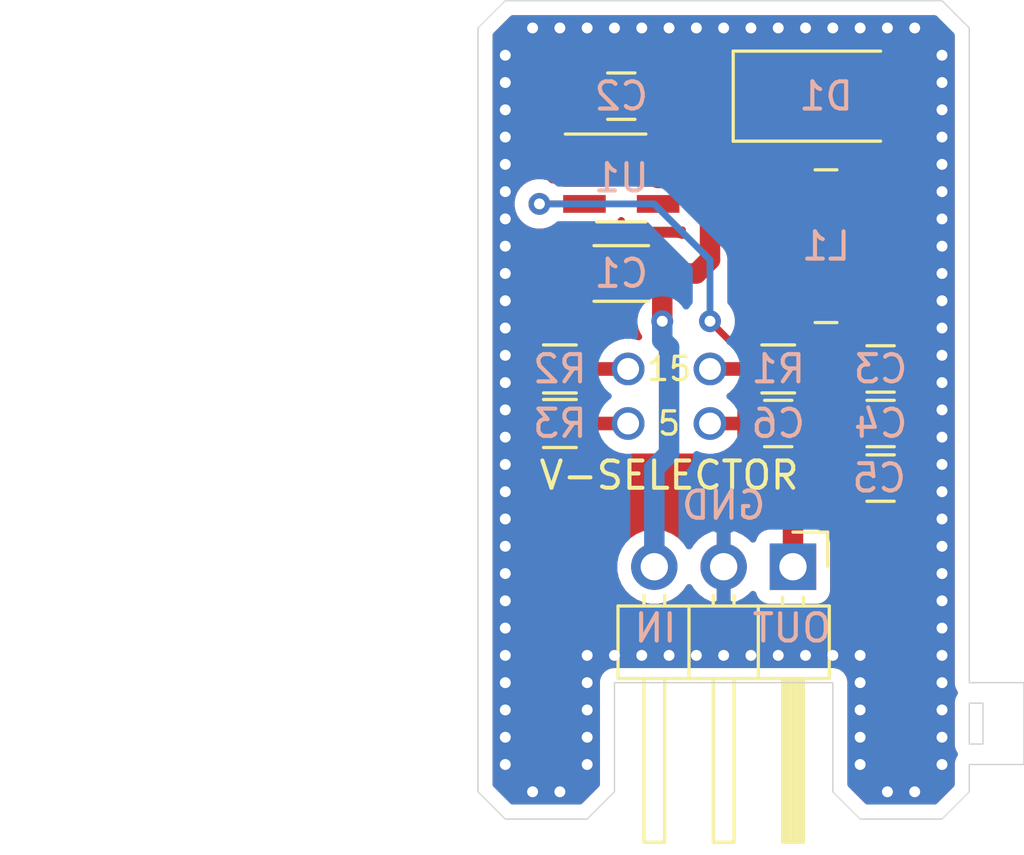
<source format=kicad_pcb>
(kicad_pcb (version 20171130) (host pcbnew "(5.1.7)-1")

  (general
    (thickness 1.6)
    (drawings 28)
    (tracks 155)
    (zones 0)
    (modules 15)
    (nets 10)
  )

  (page A4)
  (layers
    (0 F.Cu signal)
    (31 B.Cu signal)
    (32 B.Adhes user)
    (33 F.Adhes user)
    (34 B.Paste user)
    (35 F.Paste user)
    (36 B.SilkS user)
    (37 F.SilkS user)
    (38 B.Mask user)
    (39 F.Mask user)
    (40 Dwgs.User user hide)
    (41 Cmts.User user hide)
    (42 Eco1.User user hide)
    (43 Eco2.User user hide)
    (44 Edge.Cuts user)
    (45 Margin user)
    (46 B.CrtYd user)
    (47 F.CrtYd user)
    (48 B.Fab user hide)
    (49 F.Fab user hide)
  )

  (setup
    (last_trace_width 0.75)
    (user_trace_width 0.4)
    (user_trace_width 0.5)
    (user_trace_width 0.75)
    (user_trace_width 1)
    (user_trace_width 1.5)
    (trace_clearance 0.2)
    (zone_clearance 0.508)
    (zone_45_only yes)
    (trace_min 0.2)
    (via_size 0.8)
    (via_drill 0.4)
    (via_min_size 0.4)
    (via_min_drill 0.3)
    (uvia_size 0.3)
    (uvia_drill 0.1)
    (uvias_allowed no)
    (uvia_min_size 0.2)
    (uvia_min_drill 0.1)
    (edge_width 0.05)
    (segment_width 0.2)
    (pcb_text_width 0.3)
    (pcb_text_size 1.5 1.5)
    (mod_edge_width 0.12)
    (mod_text_size 1 1)
    (mod_text_width 0.15)
    (pad_size 1.2 1.2)
    (pad_drill 0.8001)
    (pad_to_mask_clearance 0)
    (aux_axis_origin 148.6 104)
    (visible_elements 7FFFFF7F)
    (pcbplotparams
      (layerselection 0x010fc_ffffffff)
      (usegerberextensions true)
      (usegerberattributes false)
      (usegerberadvancedattributes false)
      (creategerberjobfile false)
      (excludeedgelayer true)
      (linewidth 0.100000)
      (plotframeref false)
      (viasonmask false)
      (mode 1)
      (useauxorigin false)
      (hpglpennumber 1)
      (hpglpenspeed 20)
      (hpglpendiameter 15.000000)
      (psnegative false)
      (psa4output false)
      (plotreference true)
      (plotvalue false)
      (plotinvisibletext false)
      (padsonsilk false)
      (subtractmaskfromsilk true)
      (outputformat 1)
      (mirror false)
      (drillshape 0)
      (scaleselection 1)
      (outputdirectory "assembly"))
  )

  (net 0 "")
  (net 1 GND)
  (net 2 "Net-(C2-Pad1)")
  (net 3 "Net-(C2-Pad2)")
  (net 4 FB)
  (net 5 +35V)
  (net 6 +5V|+15V)
  (net 7 "Net-(U1-Pad4)")
  (net 8 "Net-(JP1-Pad2)")
  (net 9 "Net-(JP2-Pad2)")

  (net_class Default "This is the default net class."
    (clearance 0.2)
    (trace_width 0.25)
    (via_dia 0.8)
    (via_drill 0.4)
    (uvia_dia 0.3)
    (uvia_drill 0.1)
    (add_net +35V)
    (add_net +5V|+15V)
    (add_net FB)
    (add_net GND)
    (add_net "Net-(C2-Pad1)")
    (add_net "Net-(C2-Pad2)")
    (add_net "Net-(JP1-Pad2)")
    (add_net "Net-(JP2-Pad2)")
    (add_net "Net-(U1-Pad4)")
  )

  (module Wire_Connections_Bridges:WireConnection_0.80mmDrill_ThinPad (layer F.Cu) (tedit 619039DC) (tstamp 619053A6)
    (at 10.25 27.25 180)
    (descr "WireConnection with thin pad and 0.8mm drill")
    (path /61932978)
    (fp_text reference JP2 (at 4.8514 0.2032) (layer F.SilkS) hide
      (effects (font (size 1 1) (thickness 0.15)))
    )
    (fp_text value +5V (at 5.08 3.81) (layer F.Fab)
      (effects (font (size 1 1) (thickness 0.15)))
    )
    (fp_line (start -2.1336 -5.1816) (end -2.1336 -3.6322) (layer Cmts.User) (width 0.381))
    (fp_line (start -2.6162 -4.1148) (end -2.1336 -5.1816) (layer Cmts.User) (width 0.381))
    (fp_line (start -3.0988 -5.2578) (end -2.6162 -4.1148) (layer Cmts.User) (width 0.381))
    (fp_line (start -3.0988 -3.6322) (end -3.0988 -5.2578) (layer Cmts.User) (width 0.381))
    (fp_line (start -1.1176 -4.7244) (end -1.4478 -4.4704) (layer Cmts.User) (width 0.381))
    (fp_line (start -0.8382 -4.6482) (end -1.1176 -4.7244) (layer Cmts.User) (width 0.381))
    (fp_line (start -0.6604 -4.445) (end -0.8382 -4.6482) (layer Cmts.User) (width 0.381))
    (fp_line (start -0.6604 -3.9878) (end -0.6604 -4.445) (layer Cmts.User) (width 0.381))
    (fp_line (start -0.762 -3.7846) (end -0.6604 -3.9878) (layer Cmts.User) (width 0.381))
    (fp_line (start -1.0414 -3.6576) (end -0.762 -3.7846) (layer Cmts.User) (width 0.381))
    (fp_line (start -1.27 -3.7084) (end -1.0414 -3.6576) (layer Cmts.User) (width 0.381))
    (fp_line (start -1.4732 -3.9116) (end -1.27 -3.7084) (layer Cmts.User) (width 0.381))
    (fp_line (start -1.4732 -4.3942) (end -1.4732 -3.9116) (layer Cmts.User) (width 0.381))
    (fp_line (start 0.5842 -4.6736) (end 0.5588 -4.6736) (layer Cmts.User) (width 0.381))
    (fp_line (start 0.3048 -3.6576) (end 0.5842 -4.6736) (layer Cmts.User) (width 0.381))
    (fp_line (start -0.1524 -4.7244) (end 0.3048 -3.6576) (layer Cmts.User) (width 0.381))
    (fp_line (start 1.8034 -4.318) (end 1.1684 -4.2418) (layer Cmts.User) (width 0.381))
    (fp_line (start 1.8034 -4.5212) (end 1.8034 -4.318) (layer Cmts.User) (width 0.381))
    (fp_line (start 1.651 -4.6482) (end 1.8034 -4.5212) (layer Cmts.User) (width 0.381))
    (fp_line (start 1.3716 -4.6736) (end 1.651 -4.6482) (layer Cmts.User) (width 0.381))
    (fp_line (start 1.1684 -4.572) (end 1.3716 -4.6736) (layer Cmts.User) (width 0.381))
    (fp_line (start 1.0414 -4.318) (end 1.1684 -4.572) (layer Cmts.User) (width 0.381))
    (fp_line (start 1.1176 -3.9116) (end 1.0414 -4.318) (layer Cmts.User) (width 0.381))
    (fp_line (start 1.27 -3.7592) (end 1.1176 -3.9116) (layer Cmts.User) (width 0.381))
    (fp_line (start 1.524 -3.6576) (end 1.27 -3.7592) (layer Cmts.User) (width 0.381))
    (fp_line (start 1.778 -3.7592) (end 1.524 -3.6576) (layer Cmts.User) (width 0.381))
    (fp_line (start 4.0894 -4.445) (end 3.6322 -4.445) (layer Cmts.User) (width 0.381))
    (fp_line (start 4.3688 -4.3942) (end 4.0894 -4.445) (layer Cmts.User) (width 0.381))
    (fp_line (start 4.4958 -4.5974) (end 4.3688 -4.3942) (layer Cmts.User) (width 0.381))
    (fp_line (start 4.4958 -4.8768) (end 4.4958 -4.5974) (layer Cmts.User) (width 0.381))
    (fp_line (start 4.3688 -5.1308) (end 4.4958 -4.8768) (layer Cmts.User) (width 0.381))
    (fp_line (start 4.0894 -5.2578) (end 4.3688 -5.1308) (layer Cmts.User) (width 0.381))
    (fp_line (start 3.6322 -5.2578) (end 4.0894 -5.2578) (layer Cmts.User) (width 0.381))
    (fp_line (start 3.6068 -3.6576) (end 3.6322 -5.2578) (layer Cmts.User) (width 0.381))
    (fp_line (start 5.7912 -4.4704) (end 5.842 -3.6322) (layer Cmts.User) (width 0.381))
    (fp_line (start 5.6388 -4.6482) (end 5.7912 -4.4704) (layer Cmts.User) (width 0.381))
    (fp_line (start 5.3848 -4.7244) (end 5.6388 -4.6482) (layer Cmts.User) (width 0.381))
    (fp_line (start 5.1054 -4.572) (end 5.3848 -4.7244) (layer Cmts.User) (width 0.381))
    (fp_line (start 5.1308 -4.191) (end 5.842 -4.2418) (layer Cmts.User) (width 0.381))
    (fp_line (start 5.1054 -3.9116) (end 5.1308 -4.191) (layer Cmts.User) (width 0.381))
    (fp_line (start 5.2578 -3.7084) (end 5.1054 -3.9116) (layer Cmts.User) (width 0.381))
    (fp_line (start 5.715 -3.6576) (end 5.2578 -3.7084) (layer Cmts.User) (width 0.381))
    (fp_line (start 7.2136 -5.207) (end 7.2136 -3.6576) (layer Cmts.User) (width 0.381))
    (fp_line (start 6.6802 -4.6736) (end 7.0104 -4.7244) (layer Cmts.User) (width 0.381))
    (fp_line (start 6.477 -4.4704) (end 6.6802 -4.6736) (layer Cmts.User) (width 0.381))
    (fp_line (start 6.477 -4.1656) (end 6.477 -4.4704) (layer Cmts.User) (width 0.381))
    (fp_line (start 6.604 -3.8354) (end 6.477 -4.1656) (layer Cmts.User) (width 0.381))
    (fp_line (start 6.8072 -3.7592) (end 6.604 -3.8354) (layer Cmts.User) (width 0.381))
    (fp_line (start 7.1628 -3.6576) (end 6.8072 -3.7592) (layer Cmts.User) (width 0.381))
    (fp_line (start 8.2804 -3.6576) (end 7.8994 -3.7084) (layer Cmts.User) (width 0.381))
    (fp_line (start 8.4836 -3.8354) (end 8.2804 -3.6576) (layer Cmts.User) (width 0.381))
    (fp_line (start 8.4328 -4.1148) (end 8.4836 -3.8354) (layer Cmts.User) (width 0.381))
    (fp_line (start 8.1788 -4.191) (end 8.4328 -4.1148) (layer Cmts.User) (width 0.381))
    (fp_line (start 7.8994 -4.2672) (end 8.1788 -4.191) (layer Cmts.User) (width 0.381))
    (fp_line (start 7.874 -4.445) (end 7.8994 -4.2672) (layer Cmts.User) (width 0.381))
    (fp_line (start 8.0264 -4.6736) (end 7.874 -4.445) (layer Cmts.User) (width 0.381))
    (fp_line (start 8.3058 -4.6736) (end 8.0264 -4.6736) (layer Cmts.User) (width 0.381))
    (fp_line (start 8.4328 -4.5974) (end 8.3058 -4.6736) (layer Cmts.User) (width 0.381))
    (fp_line (start 10.3886 -5.08) (end 10.3378 -3.7084) (layer Cmts.User) (width 0.381))
    (fp_line (start 10.541 -5.207) (end 10.3886 -5.08) (layer Cmts.User) (width 0.381))
    (fp_line (start 10.7188 -5.207) (end 10.541 -5.207) (layer Cmts.User) (width 0.381))
    (fp_line (start 9.9822 -4.6736) (end 10.668 -4.7244) (layer Cmts.User) (width 0.381))
    (fp_line (start 11.2014 -4.7244) (end 11.2014 -3.6576) (layer Cmts.User) (width 0.381))
    (fp_line (start 11.6078 -4.6736) (end 11.6332 -4.6736) (layer Cmts.User) (width 0.381))
    (fp_line (start 11.2268 -4.5212) (end 11.6078 -4.6736) (layer Cmts.User) (width 0.381))
    (fp_line (start 12.7762 -4.2672) (end 12.1412 -4.2418) (layer Cmts.User) (width 0.381))
    (fp_line (start 12.7508 -4.572) (end 12.7762 -4.2672) (layer Cmts.User) (width 0.381))
    (fp_line (start 12.573 -4.6482) (end 12.7508 -4.572) (layer Cmts.User) (width 0.381))
    (fp_line (start 12.2936 -4.6482) (end 12.573 -4.6482) (layer Cmts.User) (width 0.381))
    (fp_line (start 12.1412 -4.572) (end 12.2936 -4.6482) (layer Cmts.User) (width 0.381))
    (fp_line (start 12.0396 -4.2418) (end 12.1412 -4.572) (layer Cmts.User) (width 0.381))
    (fp_line (start 12.0396 -3.8608) (end 12.0396 -4.2418) (layer Cmts.User) (width 0.381))
    (fp_line (start 12.2174 -3.7084) (end 12.0396 -3.8608) (layer Cmts.User) (width 0.381))
    (fp_line (start 12.4206 -3.7084) (end 12.2174 -3.7084) (layer Cmts.User) (width 0.381))
    (fp_line (start 12.7508 -3.7084) (end 12.4206 -3.7084) (layer Cmts.User) (width 0.381))
    (fp_line (start 13.4366 -4.191) (end 13.4366 -4.2418) (layer Cmts.User) (width 0.381))
    (fp_line (start 14.0462 -4.318) (end 13.4366 -4.191) (layer Cmts.User) (width 0.381))
    (fp_line (start 13.9954 -4.6736) (end 14.0462 -4.318) (layer Cmts.User) (width 0.381))
    (fp_line (start 13.7668 -4.7244) (end 13.9954 -4.6736) (layer Cmts.User) (width 0.381))
    (fp_line (start 13.462 -4.6482) (end 13.7668 -4.7244) (layer Cmts.User) (width 0.381))
    (fp_line (start 13.3604 -4.572) (end 13.462 -4.6482) (layer Cmts.User) (width 0.381))
    (fp_line (start 13.3604 -4.1148) (end 13.3604 -4.572) (layer Cmts.User) (width 0.381))
    (fp_line (start 13.4366 -3.7592) (end 13.3604 -4.1148) (layer Cmts.User) (width 0.381))
    (fp_line (start 13.6398 -3.6576) (end 13.4366 -3.7592) (layer Cmts.User) (width 0.381))
    (fp_line (start 13.8684 -3.6576) (end 13.6398 -3.6576) (layer Cmts.User) (width 0.381))
    (fp_line (start 14.0716 -3.7592) (end 13.8684 -3.6576) (layer Cmts.User) (width 0.381))
    (pad 1 thru_hole circle (at -11.75 6.75 180) (size 1.2 1.2) (drill 0.8001) (layers *.Cu *.Mask)
      (net 4 FB))
    (pad 2 thru_hole circle (at -8.75 6.75 180) (size 1.2 1.2) (drill 0.8001) (layers *.Cu *.Mask)
      (net 9 "Net-(JP2-Pad2)"))
  )

  (module Wire_Connections_Bridges:WireConnection_0.80mmDrill_ThinPad (layer F.Cu) (tedit 619039E8) (tstamp 619053A3)
    (at 11.25 19 180)
    (descr "WireConnection with thin pad and 0.8mm drill")
    (path /619306CB)
    (fp_text reference JP1 (at 4.8514 0.2032) (layer F.SilkS) hide
      (effects (font (size 1 1) (thickness 0.15)))
    )
    (fp_text value +15V (at 5.08 3.81) (layer F.Fab)
      (effects (font (size 1 1) (thickness 0.15)))
    )
    (fp_line (start -2.1336 -5.1816) (end -2.1336 -3.6322) (layer Cmts.User) (width 0.381))
    (fp_line (start -2.6162 -4.1148) (end -2.1336 -5.1816) (layer Cmts.User) (width 0.381))
    (fp_line (start -3.0988 -5.2578) (end -2.6162 -4.1148) (layer Cmts.User) (width 0.381))
    (fp_line (start -3.0988 -3.6322) (end -3.0988 -5.2578) (layer Cmts.User) (width 0.381))
    (fp_line (start -1.1176 -4.7244) (end -1.4478 -4.4704) (layer Cmts.User) (width 0.381))
    (fp_line (start -0.8382 -4.6482) (end -1.1176 -4.7244) (layer Cmts.User) (width 0.381))
    (fp_line (start -0.6604 -4.445) (end -0.8382 -4.6482) (layer Cmts.User) (width 0.381))
    (fp_line (start -0.6604 -3.9878) (end -0.6604 -4.445) (layer Cmts.User) (width 0.381))
    (fp_line (start -0.762 -3.7846) (end -0.6604 -3.9878) (layer Cmts.User) (width 0.381))
    (fp_line (start -1.0414 -3.6576) (end -0.762 -3.7846) (layer Cmts.User) (width 0.381))
    (fp_line (start -1.27 -3.7084) (end -1.0414 -3.6576) (layer Cmts.User) (width 0.381))
    (fp_line (start -1.4732 -3.9116) (end -1.27 -3.7084) (layer Cmts.User) (width 0.381))
    (fp_line (start -1.4732 -4.3942) (end -1.4732 -3.9116) (layer Cmts.User) (width 0.381))
    (fp_line (start 0.5842 -4.6736) (end 0.5588 -4.6736) (layer Cmts.User) (width 0.381))
    (fp_line (start 0.3048 -3.6576) (end 0.5842 -4.6736) (layer Cmts.User) (width 0.381))
    (fp_line (start -0.1524 -4.7244) (end 0.3048 -3.6576) (layer Cmts.User) (width 0.381))
    (fp_line (start 1.8034 -4.318) (end 1.1684 -4.2418) (layer Cmts.User) (width 0.381))
    (fp_line (start 1.8034 -4.5212) (end 1.8034 -4.318) (layer Cmts.User) (width 0.381))
    (fp_line (start 1.651 -4.6482) (end 1.8034 -4.5212) (layer Cmts.User) (width 0.381))
    (fp_line (start 1.3716 -4.6736) (end 1.651 -4.6482) (layer Cmts.User) (width 0.381))
    (fp_line (start 1.1684 -4.572) (end 1.3716 -4.6736) (layer Cmts.User) (width 0.381))
    (fp_line (start 1.0414 -4.318) (end 1.1684 -4.572) (layer Cmts.User) (width 0.381))
    (fp_line (start 1.1176 -3.9116) (end 1.0414 -4.318) (layer Cmts.User) (width 0.381))
    (fp_line (start 1.27 -3.7592) (end 1.1176 -3.9116) (layer Cmts.User) (width 0.381))
    (fp_line (start 1.524 -3.6576) (end 1.27 -3.7592) (layer Cmts.User) (width 0.381))
    (fp_line (start 1.778 -3.7592) (end 1.524 -3.6576) (layer Cmts.User) (width 0.381))
    (fp_line (start 4.0894 -4.445) (end 3.6322 -4.445) (layer Cmts.User) (width 0.381))
    (fp_line (start 4.3688 -4.3942) (end 4.0894 -4.445) (layer Cmts.User) (width 0.381))
    (fp_line (start 4.4958 -4.5974) (end 4.3688 -4.3942) (layer Cmts.User) (width 0.381))
    (fp_line (start 4.4958 -4.8768) (end 4.4958 -4.5974) (layer Cmts.User) (width 0.381))
    (fp_line (start 4.3688 -5.1308) (end 4.4958 -4.8768) (layer Cmts.User) (width 0.381))
    (fp_line (start 4.0894 -5.2578) (end 4.3688 -5.1308) (layer Cmts.User) (width 0.381))
    (fp_line (start 3.6322 -5.2578) (end 4.0894 -5.2578) (layer Cmts.User) (width 0.381))
    (fp_line (start 3.6068 -3.6576) (end 3.6322 -5.2578) (layer Cmts.User) (width 0.381))
    (fp_line (start 5.7912 -4.4704) (end 5.842 -3.6322) (layer Cmts.User) (width 0.381))
    (fp_line (start 5.6388 -4.6482) (end 5.7912 -4.4704) (layer Cmts.User) (width 0.381))
    (fp_line (start 5.3848 -4.7244) (end 5.6388 -4.6482) (layer Cmts.User) (width 0.381))
    (fp_line (start 5.1054 -4.572) (end 5.3848 -4.7244) (layer Cmts.User) (width 0.381))
    (fp_line (start 5.1308 -4.191) (end 5.842 -4.2418) (layer Cmts.User) (width 0.381))
    (fp_line (start 5.1054 -3.9116) (end 5.1308 -4.191) (layer Cmts.User) (width 0.381))
    (fp_line (start 5.2578 -3.7084) (end 5.1054 -3.9116) (layer Cmts.User) (width 0.381))
    (fp_line (start 5.715 -3.6576) (end 5.2578 -3.7084) (layer Cmts.User) (width 0.381))
    (fp_line (start 7.2136 -5.207) (end 7.2136 -3.6576) (layer Cmts.User) (width 0.381))
    (fp_line (start 6.6802 -4.6736) (end 7.0104 -4.7244) (layer Cmts.User) (width 0.381))
    (fp_line (start 6.477 -4.4704) (end 6.6802 -4.6736) (layer Cmts.User) (width 0.381))
    (fp_line (start 6.477 -4.1656) (end 6.477 -4.4704) (layer Cmts.User) (width 0.381))
    (fp_line (start 6.604 -3.8354) (end 6.477 -4.1656) (layer Cmts.User) (width 0.381))
    (fp_line (start 6.8072 -3.7592) (end 6.604 -3.8354) (layer Cmts.User) (width 0.381))
    (fp_line (start 7.1628 -3.6576) (end 6.8072 -3.7592) (layer Cmts.User) (width 0.381))
    (fp_line (start 8.2804 -3.6576) (end 7.8994 -3.7084) (layer Cmts.User) (width 0.381))
    (fp_line (start 8.4836 -3.8354) (end 8.2804 -3.6576) (layer Cmts.User) (width 0.381))
    (fp_line (start 8.4328 -4.1148) (end 8.4836 -3.8354) (layer Cmts.User) (width 0.381))
    (fp_line (start 8.1788 -4.191) (end 8.4328 -4.1148) (layer Cmts.User) (width 0.381))
    (fp_line (start 7.8994 -4.2672) (end 8.1788 -4.191) (layer Cmts.User) (width 0.381))
    (fp_line (start 7.874 -4.445) (end 7.8994 -4.2672) (layer Cmts.User) (width 0.381))
    (fp_line (start 8.0264 -4.6736) (end 7.874 -4.445) (layer Cmts.User) (width 0.381))
    (fp_line (start 8.3058 -4.6736) (end 8.0264 -4.6736) (layer Cmts.User) (width 0.381))
    (fp_line (start 8.4328 -4.5974) (end 8.3058 -4.6736) (layer Cmts.User) (width 0.381))
    (fp_line (start 10.3886 -5.08) (end 10.3378 -3.7084) (layer Cmts.User) (width 0.381))
    (fp_line (start 10.541 -5.207) (end 10.3886 -5.08) (layer Cmts.User) (width 0.381))
    (fp_line (start 10.7188 -5.207) (end 10.541 -5.207) (layer Cmts.User) (width 0.381))
    (fp_line (start 9.9822 -4.6736) (end 10.668 -4.7244) (layer Cmts.User) (width 0.381))
    (fp_line (start 11.2014 -4.7244) (end 11.2014 -3.6576) (layer Cmts.User) (width 0.381))
    (fp_line (start 11.6078 -4.6736) (end 11.6332 -4.6736) (layer Cmts.User) (width 0.381))
    (fp_line (start 11.2268 -4.5212) (end 11.6078 -4.6736) (layer Cmts.User) (width 0.381))
    (fp_line (start 12.7762 -4.2672) (end 12.1412 -4.2418) (layer Cmts.User) (width 0.381))
    (fp_line (start 12.7508 -4.572) (end 12.7762 -4.2672) (layer Cmts.User) (width 0.381))
    (fp_line (start 12.573 -4.6482) (end 12.7508 -4.572) (layer Cmts.User) (width 0.381))
    (fp_line (start 12.2936 -4.6482) (end 12.573 -4.6482) (layer Cmts.User) (width 0.381))
    (fp_line (start 12.1412 -4.572) (end 12.2936 -4.6482) (layer Cmts.User) (width 0.381))
    (fp_line (start 12.0396 -4.2418) (end 12.1412 -4.572) (layer Cmts.User) (width 0.381))
    (fp_line (start 12.0396 -3.8608) (end 12.0396 -4.2418) (layer Cmts.User) (width 0.381))
    (fp_line (start 12.2174 -3.7084) (end 12.0396 -3.8608) (layer Cmts.User) (width 0.381))
    (fp_line (start 12.4206 -3.7084) (end 12.2174 -3.7084) (layer Cmts.User) (width 0.381))
    (fp_line (start 12.7508 -3.7084) (end 12.4206 -3.7084) (layer Cmts.User) (width 0.381))
    (fp_line (start 13.4366 -4.191) (end 13.4366 -4.2418) (layer Cmts.User) (width 0.381))
    (fp_line (start 14.0462 -4.318) (end 13.4366 -4.191) (layer Cmts.User) (width 0.381))
    (fp_line (start 13.9954 -4.6736) (end 14.0462 -4.318) (layer Cmts.User) (width 0.381))
    (fp_line (start 13.7668 -4.7244) (end 13.9954 -4.6736) (layer Cmts.User) (width 0.381))
    (fp_line (start 13.462 -4.6482) (end 13.7668 -4.7244) (layer Cmts.User) (width 0.381))
    (fp_line (start 13.3604 -4.572) (end 13.462 -4.6482) (layer Cmts.User) (width 0.381))
    (fp_line (start 13.3604 -4.1148) (end 13.3604 -4.572) (layer Cmts.User) (width 0.381))
    (fp_line (start 13.4366 -3.7592) (end 13.3604 -4.1148) (layer Cmts.User) (width 0.381))
    (fp_line (start 13.6398 -3.6576) (end 13.4366 -3.7592) (layer Cmts.User) (width 0.381))
    (fp_line (start 13.8684 -3.6576) (end 13.6398 -3.6576) (layer Cmts.User) (width 0.381))
    (fp_line (start 14.0716 -3.7592) (end 13.8684 -3.6576) (layer Cmts.User) (width 0.381))
    (pad 1 thru_hole circle (at -10.75 0.5 180) (size 1.2 1.2) (drill 0.8001) (layers *.Cu *.Mask)
      (net 4 FB))
    (pad 2 thru_hole circle (at -7.75 0.5 180) (size 1.2 1.2) (drill 0.8001) (layers *.Cu *.Mask)
      (net 8 "Net-(JP1-Pad2)"))
  )

  (module Capacitors_SMD:C_0805 (layer F.Cu) (tedit 58AA8463) (tstamp 61904DBA)
    (at 24.5 20.5 180)
    (descr "Capacitor SMD 0805, reflow soldering, AVX (see smccp.pdf)")
    (tags "capacitor 0805")
    (path /6191BA6C)
    (attr smd)
    (fp_text reference C6 (at 0 0) (layer B.SilkS)
      (effects (font (size 1 1) (thickness 0.15)) (justify mirror))
    )
    (fp_text value 22µF (at 0 1.75) (layer F.Fab)
      (effects (font (size 1 1) (thickness 0.15)))
    )
    (fp_line (start 1.75 0.87) (end -1.75 0.87) (layer F.CrtYd) (width 0.05))
    (fp_line (start 1.75 0.87) (end 1.75 -0.88) (layer F.CrtYd) (width 0.05))
    (fp_line (start -1.75 -0.88) (end -1.75 0.87) (layer F.CrtYd) (width 0.05))
    (fp_line (start -1.75 -0.88) (end 1.75 -0.88) (layer F.CrtYd) (width 0.05))
    (fp_line (start -0.5 0.85) (end 0.5 0.85) (layer F.SilkS) (width 0.12))
    (fp_line (start 0.5 -0.85) (end -0.5 -0.85) (layer F.SilkS) (width 0.12))
    (fp_line (start -1 -0.62) (end 1 -0.62) (layer F.Fab) (width 0.1))
    (fp_line (start 1 -0.62) (end 1 0.62) (layer F.Fab) (width 0.1))
    (fp_line (start 1 0.62) (end -1 0.62) (layer F.Fab) (width 0.1))
    (fp_line (start -1 0.62) (end -1 -0.62) (layer F.Fab) (width 0.1))
    (fp_text user %R (at 0 -1.5) (layer F.Fab)
      (effects (font (size 1 1) (thickness 0.15)))
    )
    (pad 1 smd rect (at -1 0 180) (size 1 1.25) (layers F.Cu F.Paste F.Mask)
      (net 6 +5V|+15V))
    (pad 2 smd rect (at 1 0 180) (size 1 1.25) (layers F.Cu F.Paste F.Mask)
      (net 4 FB))
    (model Capacitors_SMD.3dshapes/C_0805.wrl
      (at (xyz 0 0 0))
      (scale (xyz 1 1 1))
      (rotate (xyz 0 0 0))
    )
  )

  (module Resistors_SMD:R_0805 (layer F.Cu) (tedit 58E0A804) (tstamp 61904A1C)
    (at 24.5 18.5 180)
    (descr "Resistor SMD 0805, reflow soldering, Vishay (see dcrcw.pdf)")
    (tags "resistor 0805")
    (path /61383DEA)
    (attr smd)
    (fp_text reference R1 (at 0 0) (layer B.SilkS)
      (effects (font (size 1 1) (thickness 0.15)) (justify mirror))
    )
    (fp_text value 100k (at 0 1.75) (layer F.Fab)
      (effects (font (size 1 1) (thickness 0.15)))
    )
    (fp_line (start 1.55 0.9) (end -1.55 0.9) (layer F.CrtYd) (width 0.05))
    (fp_line (start 1.55 0.9) (end 1.55 -0.9) (layer F.CrtYd) (width 0.05))
    (fp_line (start -1.55 -0.9) (end -1.55 0.9) (layer F.CrtYd) (width 0.05))
    (fp_line (start -1.55 -0.9) (end 1.55 -0.9) (layer F.CrtYd) (width 0.05))
    (fp_line (start -0.6 -0.88) (end 0.6 -0.88) (layer F.SilkS) (width 0.12))
    (fp_line (start 0.6 0.88) (end -0.6 0.88) (layer F.SilkS) (width 0.12))
    (fp_line (start -1 -0.62) (end 1 -0.62) (layer F.Fab) (width 0.1))
    (fp_line (start 1 -0.62) (end 1 0.62) (layer F.Fab) (width 0.1))
    (fp_line (start 1 0.62) (end -1 0.62) (layer F.Fab) (width 0.1))
    (fp_line (start -1 0.62) (end -1 -0.62) (layer F.Fab) (width 0.1))
    (fp_text user %R (at 0 0) (layer F.Fab)
      (effects (font (size 0.5 0.5) (thickness 0.075)))
    )
    (pad 1 smd rect (at -0.95 0 180) (size 0.7 1.3) (layers F.Cu F.Paste F.Mask)
      (net 6 +5V|+15V))
    (pad 2 smd rect (at 0.95 0 180) (size 0.7 1.3) (layers F.Cu F.Paste F.Mask)
      (net 4 FB))
    (model ${KISYS3DMOD}/Resistors_SMD.3dshapes/R_0805.wrl
      (at (xyz 0 0 0))
      (scale (xyz 1 1 1))
      (rotate (xyz 0 0 0))
    )
  )

  (module Resistors_SMD:R_0805 (layer F.Cu) (tedit 58E0A804) (tstamp 61904582)
    (at 16.5 18.5 180)
    (descr "Resistor SMD 0805, reflow soldering, Vishay (see dcrcw.pdf)")
    (tags "resistor 0805")
    (path /61386C5D)
    (attr smd)
    (fp_text reference R2 (at 0 0) (layer B.SilkS)
      (effects (font (size 1 1) (thickness 0.15)) (justify mirror))
    )
    (fp_text value 5.6k (at 0 1.75) (layer F.Fab)
      (effects (font (size 1 1) (thickness 0.15)))
    )
    (fp_line (start 1.55 0.9) (end -1.55 0.9) (layer F.CrtYd) (width 0.05))
    (fp_line (start 1.55 0.9) (end 1.55 -0.9) (layer F.CrtYd) (width 0.05))
    (fp_line (start -1.55 -0.9) (end -1.55 0.9) (layer F.CrtYd) (width 0.05))
    (fp_line (start -1.55 -0.9) (end 1.55 -0.9) (layer F.CrtYd) (width 0.05))
    (fp_line (start -0.6 -0.88) (end 0.6 -0.88) (layer F.SilkS) (width 0.12))
    (fp_line (start 0.6 0.88) (end -0.6 0.88) (layer F.SilkS) (width 0.12))
    (fp_line (start -1 -0.62) (end 1 -0.62) (layer F.Fab) (width 0.1))
    (fp_line (start 1 -0.62) (end 1 0.62) (layer F.Fab) (width 0.1))
    (fp_line (start 1 0.62) (end -1 0.62) (layer F.Fab) (width 0.1))
    (fp_line (start -1 0.62) (end -1 -0.62) (layer F.Fab) (width 0.1))
    (fp_text user %R (at 0 0) (layer F.Fab)
      (effects (font (size 0.5 0.5) (thickness 0.075)))
    )
    (pad 1 smd rect (at -0.95 0 180) (size 0.7 1.3) (layers F.Cu F.Paste F.Mask)
      (net 8 "Net-(JP1-Pad2)"))
    (pad 2 smd rect (at 0.95 0 180) (size 0.7 1.3) (layers F.Cu F.Paste F.Mask)
      (net 1 GND))
    (model ${KISYS3DMOD}/Resistors_SMD.3dshapes/R_0805.wrl
      (at (xyz 0 0 0))
      (scale (xyz 1 1 1))
      (rotate (xyz 0 0 0))
    )
  )

  (module Resistors_SMD:R_0805 (layer F.Cu) (tedit 58E0A804) (tstamp 6190414D)
    (at 16.5 20.5 180)
    (descr "Resistor SMD 0805, reflow soldering, Vishay (see dcrcw.pdf)")
    (tags "resistor 0805")
    (path /61392549)
    (attr smd)
    (fp_text reference R3 (at 0 0) (layer B.SilkS)
      (effects (font (size 1 1) (thickness 0.15)) (justify mirror))
    )
    (fp_text value 18k (at 0 1.75) (layer F.Fab)
      (effects (font (size 1 1) (thickness 0.15)))
    )
    (fp_line (start 1.55 0.9) (end -1.55 0.9) (layer F.CrtYd) (width 0.05))
    (fp_line (start 1.55 0.9) (end 1.55 -0.9) (layer F.CrtYd) (width 0.05))
    (fp_line (start -1.55 -0.9) (end -1.55 0.9) (layer F.CrtYd) (width 0.05))
    (fp_line (start -1.55 -0.9) (end 1.55 -0.9) (layer F.CrtYd) (width 0.05))
    (fp_line (start -0.6 -0.88) (end 0.6 -0.88) (layer F.SilkS) (width 0.12))
    (fp_line (start 0.6 0.88) (end -0.6 0.88) (layer F.SilkS) (width 0.12))
    (fp_line (start -1 -0.62) (end 1 -0.62) (layer F.Fab) (width 0.1))
    (fp_line (start 1 -0.62) (end 1 0.62) (layer F.Fab) (width 0.1))
    (fp_line (start 1 0.62) (end -1 0.62) (layer F.Fab) (width 0.1))
    (fp_line (start -1 0.62) (end -1 -0.62) (layer F.Fab) (width 0.1))
    (fp_text user %R (at 0 0) (layer F.Fab)
      (effects (font (size 0.5 0.5) (thickness 0.075)))
    )
    (pad 1 smd rect (at -0.95 0 180) (size 0.7 1.3) (layers F.Cu F.Paste F.Mask)
      (net 9 "Net-(JP2-Pad2)"))
    (pad 2 smd rect (at 0.95 0 180) (size 0.7 1.3) (layers F.Cu F.Paste F.Mask)
      (net 1 GND))
    (model ${KISYS3DMOD}/Resistors_SMD.3dshapes/R_0805.wrl
      (at (xyz 0 0 0))
      (scale (xyz 1 1 1))
      (rotate (xyz 0 0 0))
    )
  )

  (module Capacitors_SMD:C_0805 (layer F.Cu) (tedit 58AA8463) (tstamp 61903011)
    (at 28.25 22.5)
    (descr "Capacitor SMD 0805, reflow soldering, AVX (see smccp.pdf)")
    (tags "capacitor 0805")
    (path /61911434)
    (attr smd)
    (fp_text reference C5 (at -0.05 0) (layer B.SilkS)
      (effects (font (size 1 1) (thickness 0.15)) (justify mirror))
    )
    (fp_text value 22µF (at 0 1.75) (layer F.Fab)
      (effects (font (size 1 1) (thickness 0.15)))
    )
    (fp_line (start 1.75 0.87) (end -1.75 0.87) (layer F.CrtYd) (width 0.05))
    (fp_line (start 1.75 0.87) (end 1.75 -0.88) (layer F.CrtYd) (width 0.05))
    (fp_line (start -1.75 -0.88) (end -1.75 0.87) (layer F.CrtYd) (width 0.05))
    (fp_line (start -1.75 -0.88) (end 1.75 -0.88) (layer F.CrtYd) (width 0.05))
    (fp_line (start -0.5 0.85) (end 0.5 0.85) (layer F.SilkS) (width 0.12))
    (fp_line (start 0.5 -0.85) (end -0.5 -0.85) (layer F.SilkS) (width 0.12))
    (fp_line (start -1 -0.62) (end 1 -0.62) (layer F.Fab) (width 0.1))
    (fp_line (start 1 -0.62) (end 1 0.62) (layer F.Fab) (width 0.1))
    (fp_line (start 1 0.62) (end -1 0.62) (layer F.Fab) (width 0.1))
    (fp_line (start -1 0.62) (end -1 -0.62) (layer F.Fab) (width 0.1))
    (fp_text user %R (at 0 -1.5) (layer F.Fab)
      (effects (font (size 1 1) (thickness 0.15)))
    )
    (pad 1 smd rect (at -1 0) (size 1 1.25) (layers F.Cu F.Paste F.Mask)
      (net 6 +5V|+15V))
    (pad 2 smd rect (at 1 0) (size 1 1.25) (layers F.Cu F.Paste F.Mask)
      (net 1 GND))
    (model Capacitors_SMD.3dshapes/C_0805.wrl
      (at (xyz 0 0 0))
      (scale (xyz 1 1 1))
      (rotate (xyz 0 0 0))
    )
  )

  (module Capacitors_SMD:C_0805 (layer F.Cu) (tedit 58AA8463) (tstamp 6190300E)
    (at 28.25 20.5)
    (descr "Capacitor SMD 0805, reflow soldering, AVX (see smccp.pdf)")
    (tags "capacitor 0805")
    (path /61910F03)
    (attr smd)
    (fp_text reference C4 (at 0 0) (layer B.SilkS)
      (effects (font (size 1 1) (thickness 0.15)) (justify mirror))
    )
    (fp_text value 22µF (at 0 1.75) (layer F.Fab)
      (effects (font (size 1 1) (thickness 0.15)))
    )
    (fp_line (start 1.75 0.87) (end -1.75 0.87) (layer F.CrtYd) (width 0.05))
    (fp_line (start 1.75 0.87) (end 1.75 -0.88) (layer F.CrtYd) (width 0.05))
    (fp_line (start -1.75 -0.88) (end -1.75 0.87) (layer F.CrtYd) (width 0.05))
    (fp_line (start -1.75 -0.88) (end 1.75 -0.88) (layer F.CrtYd) (width 0.05))
    (fp_line (start -0.5 0.85) (end 0.5 0.85) (layer F.SilkS) (width 0.12))
    (fp_line (start 0.5 -0.85) (end -0.5 -0.85) (layer F.SilkS) (width 0.12))
    (fp_line (start -1 -0.62) (end 1 -0.62) (layer F.Fab) (width 0.1))
    (fp_line (start 1 -0.62) (end 1 0.62) (layer F.Fab) (width 0.1))
    (fp_line (start 1 0.62) (end -1 0.62) (layer F.Fab) (width 0.1))
    (fp_line (start -1 0.62) (end -1 -0.62) (layer F.Fab) (width 0.1))
    (fp_text user %R (at 0 -1.5) (layer F.Fab)
      (effects (font (size 1 1) (thickness 0.15)))
    )
    (pad 1 smd rect (at -1 0) (size 1 1.25) (layers F.Cu F.Paste F.Mask)
      (net 6 +5V|+15V))
    (pad 2 smd rect (at 1 0) (size 1 1.25) (layers F.Cu F.Paste F.Mask)
      (net 1 GND))
    (model Capacitors_SMD.3dshapes/C_0805.wrl
      (at (xyz 0 0 0))
      (scale (xyz 1 1 1))
      (rotate (xyz 0 0 0))
    )
  )

  (module Pin_Headers:Pin_Header_Angled_1x03_Pitch2.54mm (layer F.Cu) (tedit 59650532) (tstamp 6111A76A)
    (at 25.04 25.75 270)
    (descr "Through hole angled pin header, 1x03, 2.54mm pitch, 6mm pin length, single row")
    (tags "Through hole angled pin header THT 1x03 2.54mm single row")
    (path /6129870E)
    (fp_text reference J5 (at 4.385 -2.27 90) (layer F.SilkS) hide
      (effects (font (size 1 1) (thickness 0.15)))
    )
    (fp_text value Conn_01x03 (at 4.385 7.35 90) (layer F.Fab)
      (effects (font (size 1 1) (thickness 0.15)))
    )
    (fp_line (start 2.135 -1.27) (end 4.04 -1.27) (layer F.Fab) (width 0.1))
    (fp_line (start 4.04 -1.27) (end 4.04 6.35) (layer F.Fab) (width 0.1))
    (fp_line (start 4.04 6.35) (end 1.5 6.35) (layer F.Fab) (width 0.1))
    (fp_line (start 1.5 6.35) (end 1.5 -0.635) (layer F.Fab) (width 0.1))
    (fp_line (start 1.5 -0.635) (end 2.135 -1.27) (layer F.Fab) (width 0.1))
    (fp_line (start -0.32 -0.32) (end 1.5 -0.32) (layer F.Fab) (width 0.1))
    (fp_line (start -0.32 -0.32) (end -0.32 0.32) (layer F.Fab) (width 0.1))
    (fp_line (start -0.32 0.32) (end 1.5 0.32) (layer F.Fab) (width 0.1))
    (fp_line (start 4.04 -0.32) (end 10.04 -0.32) (layer F.Fab) (width 0.1))
    (fp_line (start 10.04 -0.32) (end 10.04 0.32) (layer F.Fab) (width 0.1))
    (fp_line (start 4.04 0.32) (end 10.04 0.32) (layer F.Fab) (width 0.1))
    (fp_line (start -0.32 2.22) (end 1.5 2.22) (layer F.Fab) (width 0.1))
    (fp_line (start -0.32 2.22) (end -0.32 2.86) (layer F.Fab) (width 0.1))
    (fp_line (start -0.32 2.86) (end 1.5 2.86) (layer F.Fab) (width 0.1))
    (fp_line (start 4.04 2.22) (end 10.04 2.22) (layer F.Fab) (width 0.1))
    (fp_line (start 10.04 2.22) (end 10.04 2.86) (layer F.Fab) (width 0.1))
    (fp_line (start 4.04 2.86) (end 10.04 2.86) (layer F.Fab) (width 0.1))
    (fp_line (start -0.32 4.76) (end 1.5 4.76) (layer F.Fab) (width 0.1))
    (fp_line (start -0.32 4.76) (end -0.32 5.4) (layer F.Fab) (width 0.1))
    (fp_line (start -0.32 5.4) (end 1.5 5.4) (layer F.Fab) (width 0.1))
    (fp_line (start 4.04 4.76) (end 10.04 4.76) (layer F.Fab) (width 0.1))
    (fp_line (start 10.04 4.76) (end 10.04 5.4) (layer F.Fab) (width 0.1))
    (fp_line (start 4.04 5.4) (end 10.04 5.4) (layer F.Fab) (width 0.1))
    (fp_line (start 1.44 -1.33) (end 1.44 6.41) (layer F.SilkS) (width 0.12))
    (fp_line (start 1.44 6.41) (end 4.1 6.41) (layer F.SilkS) (width 0.12))
    (fp_line (start 4.1 6.41) (end 4.1 -1.33) (layer F.SilkS) (width 0.12))
    (fp_line (start 4.1 -1.33) (end 1.44 -1.33) (layer F.SilkS) (width 0.12))
    (fp_line (start 4.1 -0.38) (end 10.1 -0.38) (layer F.SilkS) (width 0.12))
    (fp_line (start 10.1 -0.38) (end 10.1 0.38) (layer F.SilkS) (width 0.12))
    (fp_line (start 10.1 0.38) (end 4.1 0.38) (layer F.SilkS) (width 0.12))
    (fp_line (start 4.1 -0.32) (end 10.1 -0.32) (layer F.SilkS) (width 0.12))
    (fp_line (start 4.1 -0.2) (end 10.1 -0.2) (layer F.SilkS) (width 0.12))
    (fp_line (start 4.1 -0.08) (end 10.1 -0.08) (layer F.SilkS) (width 0.12))
    (fp_line (start 4.1 0.04) (end 10.1 0.04) (layer F.SilkS) (width 0.12))
    (fp_line (start 4.1 0.16) (end 10.1 0.16) (layer F.SilkS) (width 0.12))
    (fp_line (start 4.1 0.28) (end 10.1 0.28) (layer F.SilkS) (width 0.12))
    (fp_line (start 1.11 -0.38) (end 1.44 -0.38) (layer F.SilkS) (width 0.12))
    (fp_line (start 1.11 0.38) (end 1.44 0.38) (layer F.SilkS) (width 0.12))
    (fp_line (start 1.44 1.27) (end 4.1 1.27) (layer F.SilkS) (width 0.12))
    (fp_line (start 4.1 2.16) (end 10.1 2.16) (layer F.SilkS) (width 0.12))
    (fp_line (start 10.1 2.16) (end 10.1 2.92) (layer F.SilkS) (width 0.12))
    (fp_line (start 10.1 2.92) (end 4.1 2.92) (layer F.SilkS) (width 0.12))
    (fp_line (start 1.042929 2.16) (end 1.44 2.16) (layer F.SilkS) (width 0.12))
    (fp_line (start 1.042929 2.92) (end 1.44 2.92) (layer F.SilkS) (width 0.12))
    (fp_line (start 1.44 3.81) (end 4.1 3.81) (layer F.SilkS) (width 0.12))
    (fp_line (start 4.1 4.7) (end 10.1 4.7) (layer F.SilkS) (width 0.12))
    (fp_line (start 10.1 4.7) (end 10.1 5.46) (layer F.SilkS) (width 0.12))
    (fp_line (start 10.1 5.46) (end 4.1 5.46) (layer F.SilkS) (width 0.12))
    (fp_line (start 1.042929 4.7) (end 1.44 4.7) (layer F.SilkS) (width 0.12))
    (fp_line (start 1.042929 5.46) (end 1.44 5.46) (layer F.SilkS) (width 0.12))
    (fp_line (start -1.27 0) (end -1.27 -1.27) (layer F.SilkS) (width 0.12))
    (fp_line (start -1.27 -1.27) (end 0 -1.27) (layer F.SilkS) (width 0.12))
    (fp_line (start -1.8 -1.8) (end -1.8 6.85) (layer F.CrtYd) (width 0.05))
    (fp_line (start -1.8 6.85) (end 10.55 6.85) (layer F.CrtYd) (width 0.05))
    (fp_line (start 10.55 6.85) (end 10.55 -1.8) (layer F.CrtYd) (width 0.05))
    (fp_line (start 10.55 -1.8) (end -1.8 -1.8) (layer F.CrtYd) (width 0.05))
    (fp_text user %R (at 2.77 2.54) (layer F.Fab)
      (effects (font (size 1 1) (thickness 0.15)))
    )
    (pad 1 thru_hole rect (at 0 0 270) (size 1.7 1.7) (drill 1) (layers *.Cu *.Mask)
      (net 6 +5V|+15V))
    (pad 2 thru_hole oval (at 0 2.54 270) (size 1.7 1.7) (drill 1) (layers *.Cu *.Mask)
      (net 1 GND))
    (pad 3 thru_hole oval (at 0 5.08 270) (size 1.7 1.7) (drill 1) (layers *.Cu *.Mask)
      (net 5 +35V))
    (model ${KISYS3DMOD}/Pin_Headers.3dshapes/Pin_Header_Angled_1x03_Pitch2.54mm.wrl
      (at (xyz 0 0 0))
      (scale (xyz 1 1 1))
      (rotate (xyz 0 0 0))
    )
  )

  (module Diodes_SMD:D_SMA (layer F.Cu) (tedit 586432E5) (tstamp 61368F48)
    (at 26.25 8.5)
    (descr "Diode SMA (DO-214AC)")
    (tags "Diode SMA (DO-214AC)")
    (path /613792B2)
    (attr smd)
    (fp_text reference D1 (at 0 0) (layer B.SilkS)
      (effects (font (size 1 1) (thickness 0.15)) (justify mirror))
    )
    (fp_text value SS14 (at 0 2.6) (layer F.Fab)
      (effects (font (size 1 1) (thickness 0.15)))
    )
    (fp_line (start -3.4 -1.65) (end -3.4 1.65) (layer F.SilkS) (width 0.12))
    (fp_line (start 2.3 1.5) (end -2.3 1.5) (layer F.Fab) (width 0.1))
    (fp_line (start -2.3 1.5) (end -2.3 -1.5) (layer F.Fab) (width 0.1))
    (fp_line (start 2.3 -1.5) (end 2.3 1.5) (layer F.Fab) (width 0.1))
    (fp_line (start 2.3 -1.5) (end -2.3 -1.5) (layer F.Fab) (width 0.1))
    (fp_line (start -3.5 -1.75) (end 3.5 -1.75) (layer F.CrtYd) (width 0.05))
    (fp_line (start 3.5 -1.75) (end 3.5 1.75) (layer F.CrtYd) (width 0.05))
    (fp_line (start 3.5 1.75) (end -3.5 1.75) (layer F.CrtYd) (width 0.05))
    (fp_line (start -3.5 1.75) (end -3.5 -1.75) (layer F.CrtYd) (width 0.05))
    (fp_line (start -0.64944 0.00102) (end -1.55114 0.00102) (layer F.Fab) (width 0.1))
    (fp_line (start 0.50118 0.00102) (end 1.4994 0.00102) (layer F.Fab) (width 0.1))
    (fp_line (start -0.64944 -0.79908) (end -0.64944 0.80112) (layer F.Fab) (width 0.1))
    (fp_line (start 0.50118 0.75032) (end 0.50118 -0.79908) (layer F.Fab) (width 0.1))
    (fp_line (start -0.64944 0.00102) (end 0.50118 0.75032) (layer F.Fab) (width 0.1))
    (fp_line (start -0.64944 0.00102) (end 0.50118 -0.79908) (layer F.Fab) (width 0.1))
    (fp_line (start -3.4 1.65) (end 2 1.65) (layer F.SilkS) (width 0.12))
    (fp_line (start -3.4 -1.65) (end 2 -1.65) (layer F.SilkS) (width 0.12))
    (fp_text user %R (at 0 -2.5) (layer F.Fab)
      (effects (font (size 1 1) (thickness 0.15)))
    )
    (pad 2 smd rect (at 2 0) (size 2.5 1.8) (layers F.Cu F.Paste F.Mask)
      (net 1 GND))
    (pad 1 smd rect (at -2 0) (size 2.5 1.8) (layers F.Cu F.Paste F.Mask)
      (net 3 "Net-(C2-Pad2)"))
    (model ${KISYS3DMOD}/Diodes_SMD.3dshapes/D_SMA.wrl
      (at (xyz 0 0 0))
      (scale (xyz 1 1 1))
      (rotate (xyz 0 0 0))
    )
  )

  (module Capacitors_SMD:C_0805 (layer F.Cu) (tedit 58AA8463) (tstamp 61368F45)
    (at 28.25 18.5)
    (descr "Capacitor SMD 0805, reflow soldering, AVX (see smccp.pdf)")
    (tags "capacitor 0805")
    (path /6137F73F)
    (attr smd)
    (fp_text reference C3 (at 0 0) (layer B.SilkS)
      (effects (font (size 1 1) (thickness 0.15)) (justify mirror))
    )
    (fp_text value 22µF (at 0 1.75) (layer F.Fab)
      (effects (font (size 1 1) (thickness 0.15)))
    )
    (fp_line (start 1.75 0.87) (end -1.75 0.87) (layer F.CrtYd) (width 0.05))
    (fp_line (start 1.75 0.87) (end 1.75 -0.88) (layer F.CrtYd) (width 0.05))
    (fp_line (start -1.75 -0.88) (end -1.75 0.87) (layer F.CrtYd) (width 0.05))
    (fp_line (start -1.75 -0.88) (end 1.75 -0.88) (layer F.CrtYd) (width 0.05))
    (fp_line (start -0.5 0.85) (end 0.5 0.85) (layer F.SilkS) (width 0.12))
    (fp_line (start 0.5 -0.85) (end -0.5 -0.85) (layer F.SilkS) (width 0.12))
    (fp_line (start -1 -0.62) (end 1 -0.62) (layer F.Fab) (width 0.1))
    (fp_line (start 1 -0.62) (end 1 0.62) (layer F.Fab) (width 0.1))
    (fp_line (start 1 0.62) (end -1 0.62) (layer F.Fab) (width 0.1))
    (fp_line (start -1 0.62) (end -1 -0.62) (layer F.Fab) (width 0.1))
    (fp_text user %R (at 0 -1.5) (layer F.Fab)
      (effects (font (size 1 1) (thickness 0.15)))
    )
    (pad 1 smd rect (at -1 0) (size 1 1.25) (layers F.Cu F.Paste F.Mask)
      (net 6 +5V|+15V))
    (pad 2 smd rect (at 1 0) (size 1 1.25) (layers F.Cu F.Paste F.Mask)
      (net 1 GND))
    (model Capacitors_SMD.3dshapes/C_0805.wrl
      (at (xyz 0 0 0))
      (scale (xyz 1 1 1))
      (rotate (xyz 0 0 0))
    )
  )

  (module Capacitors_SMD:C_0805 (layer F.Cu) (tedit 58AA8463) (tstamp 61368F42)
    (at 18.75 8.5)
    (descr "Capacitor SMD 0805, reflow soldering, AVX (see smccp.pdf)")
    (tags "capacitor 0805")
    (path /61375608)
    (attr smd)
    (fp_text reference C2 (at 0 0) (layer B.SilkS)
      (effects (font (size 1 1) (thickness 0.15)) (justify mirror))
    )
    (fp_text value 100nF (at 0 1.75) (layer F.Fab)
      (effects (font (size 1 1) (thickness 0.15)))
    )
    (fp_line (start -1 0.62) (end -1 -0.62) (layer F.Fab) (width 0.1))
    (fp_line (start 1 0.62) (end -1 0.62) (layer F.Fab) (width 0.1))
    (fp_line (start 1 -0.62) (end 1 0.62) (layer F.Fab) (width 0.1))
    (fp_line (start -1 -0.62) (end 1 -0.62) (layer F.Fab) (width 0.1))
    (fp_line (start 0.5 -0.85) (end -0.5 -0.85) (layer F.SilkS) (width 0.12))
    (fp_line (start -0.5 0.85) (end 0.5 0.85) (layer F.SilkS) (width 0.12))
    (fp_line (start -1.75 -0.88) (end 1.75 -0.88) (layer F.CrtYd) (width 0.05))
    (fp_line (start -1.75 -0.88) (end -1.75 0.87) (layer F.CrtYd) (width 0.05))
    (fp_line (start 1.75 0.87) (end 1.75 -0.88) (layer F.CrtYd) (width 0.05))
    (fp_line (start 1.75 0.87) (end -1.75 0.87) (layer F.CrtYd) (width 0.05))
    (fp_text user %R (at 0 -1.5) (layer F.Fab)
      (effects (font (size 1 1) (thickness 0.15)))
    )
    (pad 2 smd rect (at 1 0) (size 1 1.25) (layers F.Cu F.Paste F.Mask)
      (net 3 "Net-(C2-Pad2)"))
    (pad 1 smd rect (at -1 0) (size 1 1.25) (layers F.Cu F.Paste F.Mask)
      (net 2 "Net-(C2-Pad1)"))
    (model Capacitors_SMD.3dshapes/C_0805.wrl
      (at (xyz 0 0 0))
      (scale (xyz 1 1 1))
      (rotate (xyz 0 0 0))
    )
  )

  (module Capacitors_SMD:C_1206 (layer F.Cu) (tedit 58AA84B8) (tstamp 61368F3F)
    (at 18.75 15 180)
    (descr "Capacitor SMD 1206, reflow soldering, AVX (see smccp.pdf)")
    (tags "capacitor 1206")
    (path /6136E586)
    (attr smd)
    (fp_text reference C1 (at 0 0) (layer B.SilkS)
      (effects (font (size 1 1) (thickness 0.15)) (justify mirror))
    )
    (fp_text value 10µF (at 0 2) (layer F.Fab)
      (effects (font (size 1 1) (thickness 0.15)))
    )
    (fp_line (start -1.6 0.8) (end -1.6 -0.8) (layer F.Fab) (width 0.1))
    (fp_line (start 1.6 0.8) (end -1.6 0.8) (layer F.Fab) (width 0.1))
    (fp_line (start 1.6 -0.8) (end 1.6 0.8) (layer F.Fab) (width 0.1))
    (fp_line (start -1.6 -0.8) (end 1.6 -0.8) (layer F.Fab) (width 0.1))
    (fp_line (start 1 -1.02) (end -1 -1.02) (layer F.SilkS) (width 0.12))
    (fp_line (start -1 1.02) (end 1 1.02) (layer F.SilkS) (width 0.12))
    (fp_line (start -2.25 -1.05) (end 2.25 -1.05) (layer F.CrtYd) (width 0.05))
    (fp_line (start -2.25 -1.05) (end -2.25 1.05) (layer F.CrtYd) (width 0.05))
    (fp_line (start 2.25 1.05) (end 2.25 -1.05) (layer F.CrtYd) (width 0.05))
    (fp_line (start 2.25 1.05) (end -2.25 1.05) (layer F.CrtYd) (width 0.05))
    (fp_text user %R (at 0 -1.75) (layer F.Fab)
      (effects (font (size 1 1) (thickness 0.15)))
    )
    (pad 2 smd rect (at 1.5 0 180) (size 1 1.6) (layers F.Cu F.Paste F.Mask)
      (net 1 GND))
    (pad 1 smd rect (at -1.5 0 180) (size 1 1.6) (layers F.Cu F.Paste F.Mask)
      (net 5 +35V))
    (model Capacitors_SMD.3dshapes/C_1206.wrl
      (at (xyz 0 0 0))
      (scale (xyz 1 1 1))
      (rotate (xyz 0 0 0))
    )
  )

  (module TO_SOT_Packages_SMD:SOT-23-6_Handsoldering (layer F.Cu) (tedit 58CE4E7E) (tstamp 613683CD)
    (at 18.75 11.5)
    (descr "6-pin SOT-23 package, Handsoldering")
    (tags "SOT-23-6 Handsoldering")
    (path /613689F6)
    (attr smd)
    (fp_text reference U1 (at 0 0) (layer B.SilkS)
      (effects (font (size 1 1) (thickness 0.15)) (justify mirror))
    )
    (fp_text value BL9342 (at 0 2.9) (layer F.Fab)
      (effects (font (size 1 1) (thickness 0.15)))
    )
    (fp_line (start 0.9 -1.55) (end 0.9 1.55) (layer F.Fab) (width 0.1))
    (fp_line (start 0.9 1.55) (end -0.9 1.55) (layer F.Fab) (width 0.1))
    (fp_line (start -0.9 -0.9) (end -0.9 1.55) (layer F.Fab) (width 0.1))
    (fp_line (start 0.9 -1.55) (end -0.25 -1.55) (layer F.Fab) (width 0.1))
    (fp_line (start -0.9 -0.9) (end -0.25 -1.55) (layer F.Fab) (width 0.1))
    (fp_line (start -2.4 -1.8) (end 2.4 -1.8) (layer F.CrtYd) (width 0.05))
    (fp_line (start 2.4 -1.8) (end 2.4 1.8) (layer F.CrtYd) (width 0.05))
    (fp_line (start 2.4 1.8) (end -2.4 1.8) (layer F.CrtYd) (width 0.05))
    (fp_line (start -2.4 1.8) (end -2.4 -1.8) (layer F.CrtYd) (width 0.05))
    (fp_line (start 0.9 -1.61) (end -2.05 -1.61) (layer F.SilkS) (width 0.12))
    (fp_line (start -0.9 1.61) (end 0.9 1.61) (layer F.SilkS) (width 0.12))
    (fp_text user %R (at 0 0 90) (layer F.Fab)
      (effects (font (size 0.5 0.5) (thickness 0.075)))
    )
    (pad 1 smd rect (at -1.35 -0.95) (size 1.56 0.65) (layers F.Cu F.Paste F.Mask)
      (net 2 "Net-(C2-Pad1)"))
    (pad 2 smd rect (at -1.35 0) (size 1.56 0.65) (layers F.Cu F.Paste F.Mask)
      (net 1 GND))
    (pad 3 smd rect (at -1.35 0.95) (size 1.56 0.65) (layers F.Cu F.Paste F.Mask)
      (net 4 FB))
    (pad 4 smd rect (at 1.35 0.95) (size 1.56 0.65) (layers F.Cu F.Paste F.Mask)
      (net 7 "Net-(U1-Pad4)"))
    (pad 6 smd rect (at 1.35 -0.95) (size 1.56 0.65) (layers F.Cu F.Paste F.Mask)
      (net 3 "Net-(C2-Pad2)"))
    (pad 5 smd rect (at 1.35 0) (size 1.56 0.65) (layers F.Cu F.Paste F.Mask)
      (net 5 +35V))
    (model ${KISYS3DMOD}/TO_SOT_Packages_SMD.3dshapes/SOT-23-6.wrl
      (at (xyz 0 0 0))
      (scale (xyz 1 1 1))
      (rotate (xyz 0 0 0))
    )
  )

  (module Inductors_SMD:L_Wuerth_WE-PD2-Typ-MS (layer F.Cu) (tedit 60D8A1E8) (tstamp 60D8E041)
    (at 26.25 14)
    (descr "Choke, Drossel, WE-PD2, Typ MS, Wuerth, SMD,")
    (tags "Choke Drossel WE-PD2 TypMS Wuerth SMD ")
    (path /60A8AF65)
    (attr smd)
    (fp_text reference L1 (at 0 0 180) (layer B.SilkS)
      (effects (font (size 1 1) (thickness 0.15)) (justify mirror))
    )
    (fp_text value 220µH (at 0 4) (layer F.Fab)
      (effects (font (size 1 1) (thickness 0.15)))
    )
    (fp_line (start -0.4 -2.8) (end 0.4 -2.8) (layer F.SilkS) (width 0.12))
    (fp_line (start -0.4 2.8) (end 0.4 2.8) (layer F.SilkS) (width 0.12))
    (fp_line (start -3.25 -3) (end 3.25 -3) (layer F.CrtYd) (width 0.05))
    (fp_line (start -3.25 3) (end -3.25 -3) (layer F.CrtYd) (width 0.05))
    (fp_line (start 3.25 3) (end -3.25 3) (layer F.CrtYd) (width 0.05))
    (fp_line (start 3.25 -3) (end 3.25 3) (layer F.CrtYd) (width 0.05))
    (fp_line (start 2.2 2.6) (end -2.2 2.6) (layer F.Fab) (width 0.1))
    (fp_line (start -2.2 -2.6) (end 2.2 -2.6) (layer F.Fab) (width 0.1))
    (fp_text user %R (at 0 0) (layer F.Fab)
      (effects (font (size 1 1) (thickness 0.15)))
    )
    (fp_arc (start -2.9 0) (end 2.3 -2.5) (angle 52) (layer F.Fab) (width 0.1))
    (fp_arc (start 2.9 0) (end -2.3 2.5) (angle 52) (layer F.Fab) (width 0.1))
    (pad 1 smd rect (at -2.25 0) (size 1.7 5.7) (layers F.Cu F.Paste F.Mask)
      (net 3 "Net-(C2-Pad2)"))
    (pad 2 smd rect (at 2.25 0) (size 1.7 5.7) (layers F.Cu F.Paste F.Mask)
      (net 6 +5V|+15V))
    (model ${KISYS3DMOD}/Inductors_SMD.3dshapes/L_Wuerth_WE-PD2-Typ-MS.wrl
      (at (xyz 0 0 0))
      (scale (xyz 1 1 1))
      (rotate (xyz 0 0 0))
    )
  )

  (gr_text V-SELECTOR (at 20.5 22.4) (layer F.SilkS)
    (effects (font (size 1 1) (thickness 0.15)))
  )
  (gr_text 15 (at 20.5 18.5) (layer F.SilkS) (tstamp 6136BADE)
    (effects (font (size 0.85 0.85) (thickness 0.125)))
  )
  (gr_text 5 (at 20.5 20.5) (layer F.SilkS)
    (effects (font (size 0.85 0.85) (thickness 0.125)))
  )
  (gr_line (start 32 30.75) (end 31.5 30.75) (layer Edge.Cuts) (width 0.05) (tstamp 611AD197))
  (gr_line (start 32 32.25) (end 32 30.75) (layer Edge.Cuts) (width 0.05))
  (gr_line (start 31.5 32.25) (end 32 32.25) (layer Edge.Cuts) (width 0.05))
  (gr_line (start 31.5 30.75) (end 31.5 32.25) (layer Edge.Cuts) (width 0.05))
  (gr_line (start 33.5 30) (end 31.5 30) (layer Edge.Cuts) (width 0.05))
  (gr_line (start 33.5 33) (end 33.5 30) (layer Edge.Cuts) (width 0.05))
  (gr_line (start 31.5 33) (end 33.5 33) (layer Edge.Cuts) (width 0.05))
  (gr_line (start 31.5 34) (end 31.5 33) (layer Edge.Cuts) (width 0.05))
  (gr_text IN (at 20 28) (layer B.SilkS)
    (effects (font (size 1 1) (thickness 0.15)) (justify mirror))
  )
  (gr_text OUT (at 25 28) (layer B.SilkS)
    (effects (font (size 1 1) (thickness 0.15)) (justify mirror))
  )
  (gr_text GND (at 22.5 23.5) (layer B.SilkS)
    (effects (font (size 1 1) (thickness 0.15)) (justify mirror))
  )
  (gr_line (start 17.5 35) (end 18.5 34) (layer Edge.Cuts) (width 0.05) (tstamp 610F7C02))
  (gr_line (start 26.5 34) (end 27.5 35) (layer Edge.Cuts) (width 0.05) (tstamp 610F7C01))
  (gr_line (start 26.5 30) (end 26.5 34) (layer Edge.Cuts) (width 0.05))
  (gr_line (start 18.5 30) (end 18.5 34) (layer Edge.Cuts) (width 0.05))
  (gr_line (start 30.5 35) (end 27.5 35) (layer Edge.Cuts) (width 0.05))
  (gr_line (start 14.5 35) (end 17.5 35) (layer Edge.Cuts) (width 0.05))
  (gr_line (start 13.5 34) (end 14.5 35) (layer Edge.Cuts) (width 0.05) (tstamp 60A8491C))
  (gr_line (start 30.5 35) (end 31.5 34) (layer Edge.Cuts) (width 0.05) (tstamp 60A8491B))
  (gr_line (start 30.5 5) (end 31.5 6) (layer Edge.Cuts) (width 0.05) (tstamp 60A8490D))
  (gr_line (start 13.5 6) (end 14.5 5) (layer Edge.Cuts) (width 0.05) (tstamp 60A8490C))
  (gr_line (start 18.5 30) (end 26.5 30) (layer Edge.Cuts) (width 0.05))
  (gr_line (start 14.5 5) (end 30.5 5) (layer Edge.Cuts) (width 0.05))
  (gr_line (start 31.5 6) (end 31.5 30) (layer Edge.Cuts) (width 0.05))
  (gr_line (start 13.5 6) (end 13.5 34) (layer Edge.Cuts) (width 0.05))

  (via (at 17.5 29) (size 0.8) (drill 0.4) (layers F.Cu B.Cu) (net 1))
  (via (at 14.5 7) (size 0.8) (drill 0.4) (layers F.Cu B.Cu) (net 1))
  (via (at 14.5 8) (size 0.8) (drill 0.4) (layers F.Cu B.Cu) (net 1))
  (via (at 14.5 9) (size 0.8) (drill 0.4) (layers F.Cu B.Cu) (net 1))
  (via (at 30.5 7) (size 0.8) (drill 0.4) (layers F.Cu B.Cu) (net 1))
  (via (at 30.5 8) (size 0.8) (drill 0.4) (layers F.Cu B.Cu) (net 1))
  (via (at 30.5 9) (size 0.8) (drill 0.4) (layers F.Cu B.Cu) (net 1))
  (via (at 14.5 10) (size 0.8) (drill 0.4) (layers F.Cu B.Cu) (net 1))
  (via (at 14.5 11) (size 0.8) (drill 0.4) (layers F.Cu B.Cu) (net 1))
  (via (at 14.5 13) (size 0.8) (drill 0.4) (layers F.Cu B.Cu) (net 1))
  (via (at 14.5 14) (size 0.8) (drill 0.4) (layers F.Cu B.Cu) (net 1))
  (via (at 14.5 15) (size 0.8) (drill 0.4) (layers F.Cu B.Cu) (net 1))
  (via (at 30.5 10) (size 0.8) (drill 0.4) (layers F.Cu B.Cu) (net 1))
  (via (at 30.5 11) (size 0.8) (drill 0.4) (layers F.Cu B.Cu) (net 1))
  (via (at 30.5 12) (size 0.8) (drill 0.4) (layers F.Cu B.Cu) (net 1))
  (via (at 30.5 13) (size 0.8) (drill 0.4) (layers F.Cu B.Cu) (net 1))
  (via (at 30.5 14) (size 0.8) (drill 0.4) (layers F.Cu B.Cu) (net 1))
  (via (at 30.5 15) (size 0.8) (drill 0.4) (layers F.Cu B.Cu) (net 1))
  (via (at 30.5 16) (size 0.8) (drill 0.4) (layers F.Cu B.Cu) (net 1))
  (via (at 30.5 17) (size 0.8) (drill 0.4) (layers F.Cu B.Cu) (net 1))
  (via (at 30.5 18) (size 0.8) (drill 0.4) (layers F.Cu B.Cu) (net 1))
  (via (at 30.5 19) (size 0.8) (drill 0.4) (layers F.Cu B.Cu) (net 1))
  (via (at 30.5 20) (size 0.8) (drill 0.4) (layers F.Cu B.Cu) (net 1))
  (via (at 30.5 21) (size 0.8) (drill 0.4) (layers F.Cu B.Cu) (net 1))
  (via (at 30.5 22) (size 0.8) (drill 0.4) (layers F.Cu B.Cu) (net 1))
  (via (at 30.5 23) (size 0.8) (drill 0.4) (layers F.Cu B.Cu) (net 1))
  (via (at 30.5 25) (size 0.8) (drill 0.4) (layers F.Cu B.Cu) (net 1))
  (via (at 30.5 24) (size 0.8) (drill 0.4) (layers F.Cu B.Cu) (net 1))
  (via (at 30.5 26) (size 0.8) (drill 0.4) (layers F.Cu B.Cu) (net 1))
  (via (at 30.5 27) (size 0.8) (drill 0.4) (layers F.Cu B.Cu) (net 1))
  (via (at 30.5 28) (size 0.8) (drill 0.4) (layers F.Cu B.Cu) (net 1))
  (via (at 30.5 29) (size 0.8) (drill 0.4) (layers F.Cu B.Cu) (net 1))
  (via (at 30.5 30) (size 0.8) (drill 0.4) (layers F.Cu B.Cu) (net 1))
  (via (at 14.5 30) (size 0.8) (drill 0.4) (layers F.Cu B.Cu) (net 1))
  (via (at 14.5 29) (size 0.8) (drill 0.4) (layers F.Cu B.Cu) (net 1))
  (via (at 14.5 28) (size 0.8) (drill 0.4) (layers F.Cu B.Cu) (net 1))
  (via (at 14.5 27) (size 0.8) (drill 0.4) (layers F.Cu B.Cu) (net 1))
  (via (at 14.5 26) (size 0.8) (drill 0.4) (layers F.Cu B.Cu) (net 1))
  (via (at 14.5 25) (size 0.8) (drill 0.4) (layers F.Cu B.Cu) (net 1))
  (via (at 14.5 24) (size 0.8) (drill 0.4) (layers F.Cu B.Cu) (net 1))
  (via (at 14.5 23) (size 0.8) (drill 0.4) (layers F.Cu B.Cu) (net 1))
  (via (at 14.5 22) (size 0.8) (drill 0.4) (layers F.Cu B.Cu) (net 1))
  (via (at 14.5 21) (size 0.8) (drill 0.4) (layers F.Cu B.Cu) (net 1))
  (via (at 14.5 19) (size 0.8) (drill 0.4) (layers F.Cu B.Cu) (net 1))
  (via (at 14.5 17) (size 0.8) (drill 0.4) (layers F.Cu B.Cu) (net 1))
  (via (at 14.5 16) (size 0.8) (drill 0.4) (layers F.Cu B.Cu) (net 1))
  (via (at 14.5 18) (size 0.8) (drill 0.4) (layers F.Cu B.Cu) (net 1))
  (via (at 14.5 12) (size 0.8) (drill 0.4) (layers F.Cu B.Cu) (net 1))
  (via (at 27.5 29) (size 0.8) (drill 0.4) (layers F.Cu B.Cu) (net 1))
  (via (at 19.5 29) (size 0.8) (drill 0.4) (layers F.Cu B.Cu) (net 1))
  (via (at 20.5 29) (size 0.8) (drill 0.4) (layers F.Cu B.Cu) (net 1))
  (via (at 21.5 29) (size 0.8) (drill 0.4) (layers F.Cu B.Cu) (net 1))
  (via (at 22.5 29) (size 0.8) (drill 0.4) (layers F.Cu B.Cu) (net 1))
  (via (at 23.5 29) (size 0.8) (drill 0.4) (layers F.Cu B.Cu) (net 1))
  (via (at 24.5 29) (size 0.8) (drill 0.4) (layers F.Cu B.Cu) (net 1))
  (via (at 25.5 29) (size 0.8) (drill 0.4) (layers F.Cu B.Cu) (net 1))
  (via (at 26.5 29) (size 0.8) (drill 0.4) (layers F.Cu B.Cu) (net 1))
  (via (at 27.5 30) (size 0.8) (drill 0.4) (layers F.Cu B.Cu) (net 1))
  (via (at 15.5 6) (size 0.8) (drill 0.4) (layers F.Cu B.Cu) (net 1))
  (via (at 16.5 6) (size 0.8) (drill 0.4) (layers F.Cu B.Cu) (net 1))
  (via (at 17.5 6) (size 0.8) (drill 0.4) (layers F.Cu B.Cu) (net 1))
  (via (at 18.5 6) (size 0.8) (drill 0.4) (layers F.Cu B.Cu) (net 1))
  (via (at 19.5 6) (size 0.8) (drill 0.4) (layers F.Cu B.Cu) (net 1))
  (via (at 20.5 6) (size 0.8) (drill 0.4) (layers F.Cu B.Cu) (net 1))
  (via (at 21.5 6) (size 0.8) (drill 0.4) (layers F.Cu B.Cu) (net 1))
  (via (at 22.5 6) (size 0.8) (drill 0.4) (layers F.Cu B.Cu) (net 1))
  (via (at 23.5 6) (size 0.8) (drill 0.4) (layers F.Cu B.Cu) (net 1))
  (via (at 24.5 6) (size 0.8) (drill 0.4) (layers F.Cu B.Cu) (net 1))
  (via (at 25.5 6) (size 0.8) (drill 0.4) (layers F.Cu B.Cu) (net 1))
  (via (at 26.5 6) (size 0.8) (drill 0.4) (layers F.Cu B.Cu) (net 1))
  (via (at 27.5 6) (size 0.8) (drill 0.4) (layers F.Cu B.Cu) (net 1))
  (via (at 28.5 6) (size 0.8) (drill 0.4) (layers F.Cu B.Cu) (net 1))
  (via (at 29.5 6) (size 0.8) (drill 0.4) (layers F.Cu B.Cu) (net 1))
  (via (at 30.5 31) (size 0.8) (drill 0.4) (layers F.Cu B.Cu) (net 1) (tstamp 610F7C14))
  (via (at 30.5 32) (size 0.8) (drill 0.4) (layers F.Cu B.Cu) (net 1) (tstamp 610F7C15))
  (via (at 30.5 33) (size 0.8) (drill 0.4) (layers F.Cu B.Cu) (net 1) (tstamp 610F7C16))
  (via (at 14.5 31) (size 0.8) (drill 0.4) (layers F.Cu B.Cu) (net 1) (tstamp 610F7C48))
  (via (at 14.5 32) (size 0.8) (drill 0.4) (layers F.Cu B.Cu) (net 1) (tstamp 610F7C49))
  (via (at 14.5 33) (size 0.8) (drill 0.4) (layers F.Cu B.Cu) (net 1) (tstamp 610F7C4A))
  (via (at 15.5 34) (size 0.8) (drill 0.4) (layers F.Cu B.Cu) (net 1) (tstamp 610F7C4B))
  (via (at 16.5 34) (size 0.8) (drill 0.4) (layers F.Cu B.Cu) (net 1) (tstamp 610F7C4C))
  (via (at 17.5 33) (size 0.8) (drill 0.4) (layers F.Cu B.Cu) (net 1) (tstamp 610F7C88))
  (via (at 17.5 32) (size 0.8) (drill 0.4) (layers F.Cu B.Cu) (net 1) (tstamp 610F7C89))
  (via (at 17.5 31) (size 0.8) (drill 0.4) (layers F.Cu B.Cu) (net 1) (tstamp 610F7C8A))
  (via (at 17.5 30) (size 0.8) (drill 0.4) (layers F.Cu B.Cu) (net 1) (tstamp 610F7C8B))
  (via (at 27.5 33) (size 0.8) (drill 0.4) (layers F.Cu B.Cu) (net 1) (tstamp 610F7CF2))
  (via (at 27.5 32) (size 0.8) (drill 0.4) (layers F.Cu B.Cu) (net 1) (tstamp 610F7CF3))
  (via (at 27.5 31) (size 0.8) (drill 0.4) (layers F.Cu B.Cu) (net 1) (tstamp 610F7CF4))
  (via (at 29.5 34) (size 0.8) (drill 0.4) (layers F.Cu B.Cu) (net 1))
  (via (at 18.5 29) (size 0.8) (drill 0.4) (layers F.Cu B.Cu) (net 1) (tstamp 6111C633))
  (via (at 28.5 34) (size 0.8) (drill 0.4) (layers F.Cu B.Cu) (net 1) (tstamp 6111C637))
  (via (at 14.5 20) (size 0.8) (drill 0.4) (layers F.Cu B.Cu) (net 1))
  (segment (start 17.4 11.5) (end 16.25 11.5) (width 0.4) (layer F.Cu) (net 1))
  (segment (start 15.75 11) (end 14.5 11) (width 0.4) (layer F.Cu) (net 1))
  (segment (start 16.25 11.5) (end 15.75 11) (width 0.4) (layer F.Cu) (net 1))
  (segment (start 17.4 8.85) (end 17.75 8.5) (width 0.5) (layer F.Cu) (net 2))
  (segment (start 17.4 10.55) (end 17.4 8.85) (width 0.5) (layer F.Cu) (net 2))
  (segment (start 20.1 8.85) (end 19.75 8.5) (width 0.75) (layer F.Cu) (net 3))
  (segment (start 20.1 10.55) (end 20.1 8.85) (width 0.75) (layer F.Cu) (net 3))
  (segment (start 19.75 8.5) (end 24.25 8.5) (width 1.5) (layer F.Cu) (net 3))
  (segment (start 22.2 10.55) (end 24.25 8.5) (width 0.75) (layer F.Cu) (net 3))
  (segment (start 20.1 10.55) (end 22.2 10.55) (width 0.75) (layer F.Cu) (net 3))
  (segment (start 24 12.35) (end 22.2 10.55) (width 0.75) (layer F.Cu) (net 3))
  (segment (start 24 14) (end 24 12.35) (width 0.75) (layer F.Cu) (net 3))
  (segment (start 24.25 13.75) (end 24 14) (width 0.75) (layer F.Cu) (net 3))
  (segment (start 24.25 9.75) (end 24.25 8.5) (width 1.5) (layer F.Cu) (net 3))
  (segment (start 24 10) (end 24.25 9.75) (width 1.5) (layer F.Cu) (net 3))
  (segment (start 19.75 10.17499) (end 20.1 10.17499) (width 1.5) (layer F.Cu) (net 3))
  (segment (start 19.75 8.5) (end 19.75 10.17499) (width 1.5) (layer F.Cu) (net 3))
  (segment (start 22.57501 10.17499) (end 24.25 8.5) (width 1.5) (layer F.Cu) (net 3))
  (segment (start 19.75 10.17499) (end 22.57501 10.17499) (width 1.5) (layer F.Cu) (net 3))
  (segment (start 19.75 8.5) (end 20.90002 8.5) (width 1.5) (layer F.Cu) (net 3))
  (segment (start 20.07501 10.17499) (end 21.32501 8.92499) (width 1.5) (layer F.Cu) (net 3))
  (segment (start 19.75 10.17499) (end 20.07501 10.17499) (width 1.5) (layer F.Cu) (net 3))
  (segment (start 21.32501 8.92499) (end 22.57501 10.17499) (width 1.5) (layer F.Cu) (net 3))
  (segment (start 20.90002 8.5) (end 21.32501 8.92499) (width 1.5) (layer F.Cu) (net 3))
  (segment (start 21 8.5) (end 24 11.5) (width 1.5) (layer F.Cu) (net 3))
  (segment (start 19.75 8.5) (end 21 8.5) (width 1.5) (layer F.Cu) (net 3))
  (segment (start 24 11.5) (end 24 10) (width 1.5) (layer F.Cu) (net 3))
  (segment (start 24 14) (end 24 11.5) (width 1.5) (layer F.Cu) (net 3))
  (via (at 22 16.75) (size 0.8) (drill 0.4) (layers F.Cu B.Cu) (net 4))
  (via (at 15.75 12.45) (size 0.8) (drill 0.4) (layers F.Cu B.Cu) (net 4))
  (segment (start 19.95 12.45) (end 15.75 12.45) (width 0.25) (layer B.Cu) (net 4))
  (segment (start 22 14.5) (end 19.95 12.45) (width 0.25) (layer B.Cu) (net 4))
  (segment (start 17.4 12.45) (end 15.75 12.45) (width 0.25) (layer F.Cu) (net 4))
  (segment (start 22 16.75) (end 22 14.5) (width 0.25) (layer B.Cu) (net 4))
  (segment (start 23.55 20.45) (end 23.5 20.5) (width 0.75) (layer F.Cu) (net 4))
  (segment (start 23.55 18.5) (end 23.55 20.45) (width 0.75) (layer F.Cu) (net 4))
  (segment (start 23.55 18.3) (end 22 16.75) (width 0.25) (layer F.Cu) (net 4))
  (segment (start 23.55 18.5) (end 23.55 18.3) (width 0.25) (layer F.Cu) (net 4))
  (segment (start 22 18.5) (end 23.55 18.5) (width 0.5) (layer F.Cu) (net 4))
  (segment (start 22 20.5) (end 23.5 20.5) (width 0.5) (layer F.Cu) (net 4))
  (segment (start 20.1 11.5) (end 21.5 11.5) (width 0.75) (layer F.Cu) (net 5))
  (segment (start 21.5 11.5) (end 22 12) (width 0.75) (layer F.Cu) (net 5))
  (segment (start 21.5 15) (end 22 14.5) (width 0.75) (layer F.Cu) (net 5))
  (segment (start 20.25 15) (end 21.5 15) (width 0.75) (layer F.Cu) (net 5))
  (segment (start 22 12) (end 22 14.5) (width 0.75) (layer F.Cu) (net 5))
  (via (at 20.25 16.75) (size 0.8) (drill 0.4) (layers F.Cu B.Cu) (net 5))
  (segment (start 20.25 15) (end 20.25 16.75) (width 0.75) (layer F.Cu) (net 5))
  (segment (start 20.5 17.7) (end 20.25 17.45) (width 0.75) (layer B.Cu) (net 5))
  (segment (start 20.5 21.6) (end 20.5 17.7) (width 0.75) (layer B.Cu) (net 5))
  (segment (start 20.25 17.45) (end 20.25 16.75) (width 0.75) (layer B.Cu) (net 5))
  (segment (start 19.96 22.14) (end 20.5 21.6) (width 0.75) (layer B.Cu) (net 5))
  (segment (start 19.96 25.75) (end 19.96 22.14) (width 0.75) (layer B.Cu) (net 5))
  (segment (start 25.04 25.75) (end 25.04 23.21) (width 0.75) (layer F.Cu) (net 6))
  (segment (start 25.75 22.5) (end 27.25 22.5) (width 0.75) (layer F.Cu) (net 6))
  (segment (start 25.04 23.21) (end 25.75 22.5) (width 0.75) (layer F.Cu) (net 6))
  (segment (start 27.25 22.5) (end 27.25 18.5) (width 0.75) (layer F.Cu) (net 6))
  (segment (start 27.25 18.5) (end 27.25 18) (width 0.75) (layer F.Cu) (net 6))
  (segment (start 28.5 16.75) (end 28.5 14) (width 0.75) (layer F.Cu) (net 6))
  (segment (start 27.25 18) (end 28.5 16.75) (width 0.75) (layer F.Cu) (net 6))
  (segment (start 25.45 18.5) (end 27.25 18.5) (width 0.75) (layer F.Cu) (net 6))
  (segment (start 25.5 20.5) (end 27.25 20.5) (width 0.75) (layer F.Cu) (net 6))
  (segment (start 17.45 18.5) (end 19 18.5) (width 0.5) (layer F.Cu) (net 8))
  (segment (start 17.45 20.5) (end 19 20.5) (width 0.5) (layer F.Cu) (net 9))

  (zone (net 1) (net_name GND) (layer B.Cu) (tstamp 618F9C0D) (hatch edge 0.508)
    (connect_pads (clearance 0.508))
    (min_thickness 0.254)
    (fill yes (arc_segments 32) (thermal_gap 0.508) (thermal_bridge_width 0.508))
    (polygon
      (pts
        (xy 31.5 35) (xy 13.5 35) (xy 13.5 5) (xy 31.5 5)
      )
    )
    (filled_polygon
      (pts
        (xy 30.84 6.273381) (xy 30.840001 29.967571) (xy 30.836807 30) (xy 30.84955 30.129383) (xy 30.88729 30.253793)
        (xy 30.948575 30.36845) (xy 30.95395 30.375) (xy 30.948575 30.38155) (xy 30.88729 30.496207) (xy 30.84955 30.620617)
        (xy 30.836807 30.75) (xy 30.84 30.78242) (xy 30.840001 32.217571) (xy 30.836807 32.25) (xy 30.84955 32.379383)
        (xy 30.88729 32.503793) (xy 30.948575 32.61845) (xy 30.95395 32.625) (xy 30.948575 32.63155) (xy 30.88729 32.746207)
        (xy 30.84955 32.870617) (xy 30.836807 33) (xy 30.840001 33.032429) (xy 30.84 33.726619) (xy 30.22662 34.34)
        (xy 27.773381 34.34) (xy 27.16 33.72662) (xy 27.16 30.032419) (xy 27.163193 30) (xy 27.15045 29.870617)
        (xy 27.11271 29.746207) (xy 27.051425 29.63155) (xy 26.968948 29.531052) (xy 26.86845 29.448575) (xy 26.753793 29.38729)
        (xy 26.629383 29.34955) (xy 26.532419 29.34) (xy 26.5 29.336807) (xy 26.467581 29.34) (xy 18.532419 29.34)
        (xy 18.5 29.336807) (xy 18.467581 29.34) (xy 18.370617 29.34955) (xy 18.246207 29.38729) (xy 18.13155 29.448575)
        (xy 18.031052 29.531052) (xy 17.948575 29.63155) (xy 17.88729 29.746207) (xy 17.84955 29.870617) (xy 17.836807 30)
        (xy 17.84 30.032419) (xy 17.840001 33.726618) (xy 17.22662 34.34) (xy 14.773381 34.34) (xy 14.16 33.72662)
        (xy 14.16 12.348061) (xy 14.715 12.348061) (xy 14.715 12.551939) (xy 14.754774 12.751898) (xy 14.832795 12.940256)
        (xy 14.946063 13.109774) (xy 15.090226 13.253937) (xy 15.259744 13.367205) (xy 15.448102 13.445226) (xy 15.648061 13.485)
        (xy 15.851939 13.485) (xy 16.051898 13.445226) (xy 16.240256 13.367205) (xy 16.409774 13.253937) (xy 16.453711 13.21)
        (xy 19.635199 13.21) (xy 21.240001 14.814803) (xy 21.24 16.046289) (xy 21.196063 16.090226) (xy 21.125 16.19658)
        (xy 21.053937 16.090226) (xy 20.909774 15.946063) (xy 20.740256 15.832795) (xy 20.551898 15.754774) (xy 20.351939 15.715)
        (xy 20.148061 15.715) (xy 19.948102 15.754774) (xy 19.759744 15.832795) (xy 19.590226 15.946063) (xy 19.446063 16.090226)
        (xy 19.332795 16.259744) (xy 19.254774 16.448102) (xy 19.215 16.648061) (xy 19.215 16.851939) (xy 19.24 16.977623)
        (xy 19.24 17.288544) (xy 19.121637 17.265) (xy 18.878363 17.265) (xy 18.639764 17.31246) (xy 18.415008 17.405557)
        (xy 18.212733 17.540713) (xy 18.040713 17.712733) (xy 17.905557 17.915008) (xy 17.81246 18.139764) (xy 17.765 18.378363)
        (xy 17.765 18.621637) (xy 17.81246 18.860236) (xy 17.905557 19.084992) (xy 18.040713 19.287267) (xy 18.212733 19.459287)
        (xy 18.273664 19.5) (xy 18.212733 19.540713) (xy 18.040713 19.712733) (xy 17.905557 19.915008) (xy 17.81246 20.139764)
        (xy 17.765 20.378363) (xy 17.765 20.621637) (xy 17.81246 20.860236) (xy 17.905557 21.084992) (xy 18.040713 21.287267)
        (xy 18.212733 21.459287) (xy 18.415008 21.594443) (xy 18.639764 21.68754) (xy 18.878363 21.735) (xy 19.031252 21.735)
        (xy 19.022368 21.751621) (xy 18.964615 21.942006) (xy 18.945114 22.14) (xy 18.950001 22.189618) (xy 18.95 24.659893)
        (xy 18.806525 24.803368) (xy 18.64401 25.046589) (xy 18.532068 25.316842) (xy 18.475 25.60374) (xy 18.475 25.89626)
        (xy 18.532068 26.183158) (xy 18.64401 26.453411) (xy 18.806525 26.696632) (xy 19.013368 26.903475) (xy 19.256589 27.06599)
        (xy 19.526842 27.177932) (xy 19.81374 27.235) (xy 20.10626 27.235) (xy 20.393158 27.177932) (xy 20.663411 27.06599)
        (xy 20.906632 26.903475) (xy 21.113475 26.696632) (xy 21.235195 26.514466) (xy 21.304822 26.631355) (xy 21.499731 26.847588)
        (xy 21.73308 27.021641) (xy 21.995901 27.146825) (xy 22.14311 27.191476) (xy 22.373 27.070155) (xy 22.373 25.877)
        (xy 22.353 25.877) (xy 22.353 25.623) (xy 22.373 25.623) (xy 22.373 24.429845) (xy 22.627 24.429845)
        (xy 22.627 25.623) (xy 22.647 25.623) (xy 22.647 25.877) (xy 22.627 25.877) (xy 22.627 27.070155)
        (xy 22.85689 27.191476) (xy 23.004099 27.146825) (xy 23.26692 27.021641) (xy 23.500269 26.847588) (xy 23.576034 26.763534)
        (xy 23.600498 26.84418) (xy 23.659463 26.954494) (xy 23.738815 27.051185) (xy 23.835506 27.130537) (xy 23.94582 27.189502)
        (xy 24.065518 27.225812) (xy 24.19 27.238072) (xy 25.89 27.238072) (xy 26.014482 27.225812) (xy 26.13418 27.189502)
        (xy 26.244494 27.130537) (xy 26.341185 27.051185) (xy 26.420537 26.954494) (xy 26.479502 26.84418) (xy 26.515812 26.724482)
        (xy 26.528072 26.6) (xy 26.528072 24.9) (xy 26.515812 24.775518) (xy 26.479502 24.65582) (xy 26.420537 24.545506)
        (xy 26.341185 24.448815) (xy 26.244494 24.369463) (xy 26.13418 24.310498) (xy 26.014482 24.274188) (xy 25.89 24.261928)
        (xy 24.19 24.261928) (xy 24.065518 24.274188) (xy 23.94582 24.310498) (xy 23.835506 24.369463) (xy 23.738815 24.448815)
        (xy 23.659463 24.545506) (xy 23.600498 24.65582) (xy 23.576034 24.736466) (xy 23.500269 24.652412) (xy 23.26692 24.478359)
        (xy 23.004099 24.353175) (xy 22.85689 24.308524) (xy 22.627 24.429845) (xy 22.373 24.429845) (xy 22.14311 24.308524)
        (xy 21.995901 24.353175) (xy 21.73308 24.478359) (xy 21.499731 24.652412) (xy 21.304822 24.868645) (xy 21.235195 24.985534)
        (xy 21.113475 24.803368) (xy 20.97 24.659893) (xy 20.97 22.558354) (xy 21.179089 22.349265) (xy 21.217633 22.317633)
        (xy 21.343847 22.16384) (xy 21.437632 21.98838) (xy 21.495385 21.797994) (xy 21.51 21.649608) (xy 21.51 21.649606)
        (xy 21.511497 21.63441) (xy 21.639764 21.68754) (xy 21.878363 21.735) (xy 22.121637 21.735) (xy 22.360236 21.68754)
        (xy 22.584992 21.594443) (xy 22.787267 21.459287) (xy 22.959287 21.287267) (xy 23.094443 21.084992) (xy 23.18754 20.860236)
        (xy 23.235 20.621637) (xy 23.235 20.378363) (xy 23.18754 20.139764) (xy 23.094443 19.915008) (xy 22.959287 19.712733)
        (xy 22.787267 19.540713) (xy 22.726336 19.5) (xy 22.787267 19.459287) (xy 22.959287 19.287267) (xy 23.094443 19.084992)
        (xy 23.18754 18.860236) (xy 23.235 18.621637) (xy 23.235 18.378363) (xy 23.18754 18.139764) (xy 23.094443 17.915008)
        (xy 22.959287 17.712733) (xy 22.787267 17.540713) (xy 22.718768 17.494943) (xy 22.803937 17.409774) (xy 22.917205 17.240256)
        (xy 22.995226 17.051898) (xy 23.035 16.851939) (xy 23.035 16.648061) (xy 22.995226 16.448102) (xy 22.917205 16.259744)
        (xy 22.803937 16.090226) (xy 22.76 16.046289) (xy 22.76 14.537323) (xy 22.763676 14.5) (xy 22.76 14.462677)
        (xy 22.76 14.462667) (xy 22.749003 14.351014) (xy 22.705546 14.207753) (xy 22.634974 14.075724) (xy 22.540001 13.959999)
        (xy 22.511003 13.936201) (xy 20.513804 11.939003) (xy 20.490001 11.909999) (xy 20.374276 11.815026) (xy 20.242247 11.744454)
        (xy 20.098986 11.700997) (xy 19.987333 11.69) (xy 19.987322 11.69) (xy 19.95 11.686324) (xy 19.912678 11.69)
        (xy 16.453711 11.69) (xy 16.409774 11.646063) (xy 16.240256 11.532795) (xy 16.051898 11.454774) (xy 15.851939 11.415)
        (xy 15.648061 11.415) (xy 15.448102 11.454774) (xy 15.259744 11.532795) (xy 15.090226 11.646063) (xy 14.946063 11.790226)
        (xy 14.832795 11.959744) (xy 14.754774 12.148102) (xy 14.715 12.348061) (xy 14.16 12.348061) (xy 14.16 6.27338)
        (xy 14.773381 5.66) (xy 30.22662 5.66)
      )
    )
  )
  (zone (net 1) (net_name GND) (layer F.Cu) (tstamp 618F9C0A) (hatch edge 0.508)
    (connect_pads (clearance 0.508))
    (min_thickness 0.254)
    (fill yes (arc_segments 32) (thermal_gap 0.508) (thermal_bridge_width 0.508))
    (polygon
      (pts
        (xy 31.5 35) (xy 13.5 35) (xy 13.5 5) (xy 31.5 5)
      )
    )
    (filled_polygon
      (pts
        (xy 30.84 6.273381) (xy 30.840001 29.967571) (xy 30.836807 30) (xy 30.84955 30.129383) (xy 30.88729 30.253793)
        (xy 30.948575 30.36845) (xy 30.95395 30.375) (xy 30.948575 30.38155) (xy 30.88729 30.496207) (xy 30.84955 30.620617)
        (xy 30.836807 30.75) (xy 30.84 30.78242) (xy 30.840001 32.217571) (xy 30.836807 32.25) (xy 30.84955 32.379383)
        (xy 30.88729 32.503793) (xy 30.948575 32.61845) (xy 30.95395 32.625) (xy 30.948575 32.63155) (xy 30.88729 32.746207)
        (xy 30.84955 32.870617) (xy 30.836807 33) (xy 30.840001 33.032429) (xy 30.84 33.726619) (xy 30.22662 34.34)
        (xy 27.773381 34.34) (xy 27.16 33.72662) (xy 27.16 30.032419) (xy 27.163193 30) (xy 27.15045 29.870617)
        (xy 27.11271 29.746207) (xy 27.051425 29.63155) (xy 26.968948 29.531052) (xy 26.86845 29.448575) (xy 26.753793 29.38729)
        (xy 26.629383 29.34955) (xy 26.532419 29.34) (xy 26.5 29.336807) (xy 26.467581 29.34) (xy 18.532419 29.34)
        (xy 18.5 29.336807) (xy 18.467581 29.34) (xy 18.370617 29.34955) (xy 18.246207 29.38729) (xy 18.13155 29.448575)
        (xy 18.031052 29.531052) (xy 17.948575 29.63155) (xy 17.88729 29.746207) (xy 17.84955 29.870617) (xy 17.836807 30)
        (xy 17.84 30.032419) (xy 17.840001 33.726618) (xy 17.22662 34.34) (xy 14.773381 34.34) (xy 14.16 33.72662)
        (xy 14.16 25.60374) (xy 18.475 25.60374) (xy 18.475 25.89626) (xy 18.532068 26.183158) (xy 18.64401 26.453411)
        (xy 18.806525 26.696632) (xy 19.013368 26.903475) (xy 19.256589 27.06599) (xy 19.526842 27.177932) (xy 19.81374 27.235)
        (xy 20.10626 27.235) (xy 20.393158 27.177932) (xy 20.663411 27.06599) (xy 20.906632 26.903475) (xy 21.113475 26.696632)
        (xy 21.235195 26.514466) (xy 21.304822 26.631355) (xy 21.499731 26.847588) (xy 21.73308 27.021641) (xy 21.995901 27.146825)
        (xy 22.14311 27.191476) (xy 22.373 27.070155) (xy 22.373 25.877) (xy 22.353 25.877) (xy 22.353 25.623)
        (xy 22.373 25.623) (xy 22.373 24.429845) (xy 22.14311 24.308524) (xy 21.995901 24.353175) (xy 21.73308 24.478359)
        (xy 21.499731 24.652412) (xy 21.304822 24.868645) (xy 21.235195 24.985534) (xy 21.113475 24.803368) (xy 20.906632 24.596525)
        (xy 20.663411 24.43401) (xy 20.393158 24.322068) (xy 20.10626 24.265) (xy 19.81374 24.265) (xy 19.526842 24.322068)
        (xy 19.256589 24.43401) (xy 19.013368 24.596525) (xy 18.806525 24.803368) (xy 18.64401 25.046589) (xy 18.532068 25.316842)
        (xy 18.475 25.60374) (xy 14.16 25.60374) (xy 14.16 21.15) (xy 14.561928 21.15) (xy 14.574188 21.274482)
        (xy 14.610498 21.39418) (xy 14.669463 21.504494) (xy 14.748815 21.601185) (xy 14.845506 21.680537) (xy 14.95582 21.739502)
        (xy 15.075518 21.775812) (xy 15.2 21.788072) (xy 15.26425 21.785) (xy 15.423 21.62625) (xy 15.423 20.627)
        (xy 14.72375 20.627) (xy 14.565 20.78575) (xy 14.561928 21.15) (xy 14.16 21.15) (xy 14.16 19.15)
        (xy 14.561928 19.15) (xy 14.574188 19.274482) (xy 14.610498 19.39418) (xy 14.667061 19.5) (xy 14.610498 19.60582)
        (xy 14.574188 19.725518) (xy 14.561928 19.85) (xy 14.565 20.21425) (xy 14.72375 20.373) (xy 15.423 20.373)
        (xy 15.423 18.627) (xy 14.72375 18.627) (xy 14.565 18.78575) (xy 14.561928 19.15) (xy 14.16 19.15)
        (xy 14.16 17.85) (xy 14.561928 17.85) (xy 14.565 18.21425) (xy 14.72375 18.373) (xy 15.423 18.373)
        (xy 15.423 17.37375) (xy 15.26425 17.215) (xy 15.2 17.211928) (xy 15.075518 17.224188) (xy 14.95582 17.260498)
        (xy 14.845506 17.319463) (xy 14.748815 17.398815) (xy 14.669463 17.495506) (xy 14.610498 17.60582) (xy 14.574188 17.725518)
        (xy 14.561928 17.85) (xy 14.16 17.85) (xy 14.16 15.8) (xy 16.111928 15.8) (xy 16.124188 15.924482)
        (xy 16.160498 16.04418) (xy 16.219463 16.154494) (xy 16.298815 16.251185) (xy 16.395506 16.330537) (xy 16.50582 16.389502)
        (xy 16.625518 16.425812) (xy 16.75 16.438072) (xy 16.96425 16.435) (xy 17.123 16.27625) (xy 17.123 15.127)
        (xy 17.377 15.127) (xy 17.377 16.27625) (xy 17.53575 16.435) (xy 17.75 16.438072) (xy 17.874482 16.425812)
        (xy 17.99418 16.389502) (xy 18.104494 16.330537) (xy 18.201185 16.251185) (xy 18.280537 16.154494) (xy 18.339502 16.04418)
        (xy 18.375812 15.924482) (xy 18.388072 15.8) (xy 18.385 15.28575) (xy 18.22625 15.127) (xy 17.377 15.127)
        (xy 17.123 15.127) (xy 16.27375 15.127) (xy 16.115 15.28575) (xy 16.111928 15.8) (xy 14.16 15.8)
        (xy 14.16 14.2) (xy 16.111928 14.2) (xy 16.115 14.71425) (xy 16.27375 14.873) (xy 17.123 14.873)
        (xy 17.123 13.72375) (xy 17.377 13.72375) (xy 17.377 14.873) (xy 18.22625 14.873) (xy 18.385 14.71425)
        (xy 18.388072 14.2) (xy 18.375812 14.075518) (xy 18.339502 13.95582) (xy 18.280537 13.845506) (xy 18.201185 13.748815)
        (xy 18.104494 13.669463) (xy 17.99418 13.610498) (xy 17.874482 13.574188) (xy 17.75 13.561928) (xy 17.53575 13.565)
        (xy 17.377 13.72375) (xy 17.123 13.72375) (xy 16.96425 13.565) (xy 16.75 13.561928) (xy 16.625518 13.574188)
        (xy 16.50582 13.610498) (xy 16.395506 13.669463) (xy 16.298815 13.748815) (xy 16.219463 13.845506) (xy 16.160498 13.95582)
        (xy 16.124188 14.075518) (xy 16.111928 14.2) (xy 14.16 14.2) (xy 14.16 12.348061) (xy 14.715 12.348061)
        (xy 14.715 12.551939) (xy 14.754774 12.751898) (xy 14.832795 12.940256) (xy 14.946063 13.109774) (xy 15.090226 13.253937)
        (xy 15.259744 13.367205) (xy 15.448102 13.445226) (xy 15.648061 13.485) (xy 15.851939 13.485) (xy 16.051898 13.445226)
        (xy 16.240256 13.367205) (xy 16.302753 13.325446) (xy 16.37582 13.364502) (xy 16.495518 13.400812) (xy 16.62 13.413072)
        (xy 18.18 13.413072) (xy 18.304482 13.400812) (xy 18.42418 13.364502) (xy 18.534494 13.305537) (xy 18.631185 13.226185)
        (xy 18.710537 13.129494) (xy 18.75 13.055665) (xy 18.789463 13.129494) (xy 18.868815 13.226185) (xy 18.965506 13.305537)
        (xy 19.07582 13.364502) (xy 19.195518 13.400812) (xy 19.32 13.413072) (xy 20.88 13.413072) (xy 20.990001 13.402238)
        (xy 20.990001 13.60923) (xy 20.874482 13.574188) (xy 20.75 13.561928) (xy 19.75 13.561928) (xy 19.625518 13.574188)
        (xy 19.50582 13.610498) (xy 19.395506 13.669463) (xy 19.298815 13.748815) (xy 19.219463 13.845506) (xy 19.160498 13.95582)
        (xy 19.124188 14.075518) (xy 19.111928 14.2) (xy 19.111928 15.8) (xy 19.124188 15.924482) (xy 19.160498 16.04418)
        (xy 19.219463 16.154494) (xy 19.240001 16.179519) (xy 19.240001 16.522372) (xy 19.215 16.648061) (xy 19.215 16.851939)
        (xy 19.254774 17.051898) (xy 19.332795 17.240256) (xy 19.389001 17.324375) (xy 19.360236 17.31246) (xy 19.121637 17.265)
        (xy 18.878363 17.265) (xy 18.639764 17.31246) (xy 18.415008 17.405557) (xy 18.314073 17.473) (xy 18.312067 17.473)
        (xy 18.251185 17.398815) (xy 18.154494 17.319463) (xy 18.04418 17.260498) (xy 17.924482 17.224188) (xy 17.8 17.211928)
        (xy 17.1 17.211928) (xy 16.975518 17.224188) (xy 16.85582 17.260498) (xy 16.745506 17.319463) (xy 16.648815 17.398815)
        (xy 16.569463 17.495506) (xy 16.510498 17.60582) (xy 16.5 17.640427) (xy 16.489502 17.60582) (xy 16.430537 17.495506)
        (xy 16.351185 17.398815) (xy 16.254494 17.319463) (xy 16.14418 17.260498) (xy 16.024482 17.224188) (xy 15.9 17.211928)
        (xy 15.83575 17.215) (xy 15.677 17.37375) (xy 15.677 18.373) (xy 15.697 18.373) (xy 15.697 18.627)
        (xy 15.677 18.627) (xy 15.677 20.373) (xy 15.697 20.373) (xy 15.697 20.627) (xy 15.677 20.627)
        (xy 15.677 21.62625) (xy 15.83575 21.785) (xy 15.9 21.788072) (xy 16.024482 21.775812) (xy 16.14418 21.739502)
        (xy 16.254494 21.680537) (xy 16.351185 21.601185) (xy 16.430537 21.504494) (xy 16.489502 21.39418) (xy 16.5 21.359573)
        (xy 16.510498 21.39418) (xy 16.569463 21.504494) (xy 16.648815 21.601185) (xy 16.745506 21.680537) (xy 16.85582 21.739502)
        (xy 16.975518 21.775812) (xy 17.1 21.788072) (xy 17.8 21.788072) (xy 17.924482 21.775812) (xy 18.04418 21.739502)
        (xy 18.067569 21.727) (xy 18.838144 21.727) (xy 18.878363 21.735) (xy 19.121637 21.735) (xy 19.161856 21.727)
        (xy 21.838144 21.727) (xy 21.878363 21.735) (xy 22.121637 21.735) (xy 22.161856 21.727) (xy 22.79702 21.727)
        (xy 22.875518 21.750812) (xy 23 21.763072) (xy 24 21.763072) (xy 24.124482 21.750812) (xy 24.24418 21.714502)
        (xy 24.354494 21.655537) (xy 24.451185 21.576185) (xy 24.5 21.516704) (xy 24.548815 21.576185) (xy 24.645506 21.655537)
        (xy 24.75582 21.714502) (xy 24.875518 21.750812) (xy 25 21.763072) (xy 25.055878 21.763072) (xy 25.032367 21.782367)
        (xy 25.000743 21.820901) (xy 24.360901 22.460744) (xy 24.322368 22.492367) (xy 24.290745 22.5309) (xy 24.290744 22.530901)
        (xy 24.196154 22.64616) (xy 24.102368 22.821621) (xy 24.044615 23.012006) (xy 24.025114 23.21) (xy 24.030001 23.259617)
        (xy 24.030001 24.284962) (xy 23.94582 24.310498) (xy 23.835506 24.369463) (xy 23.738815 24.448815) (xy 23.659463 24.545506)
        (xy 23.600498 24.65582) (xy 23.576034 24.736466) (xy 23.500269 24.652412) (xy 23.26692 24.478359) (xy 23.004099 24.353175)
        (xy 22.85689 24.308524) (xy 22.627 24.429845) (xy 22.627 25.623) (xy 22.647 25.623) (xy 22.647 25.877)
        (xy 22.627 25.877) (xy 22.627 27.070155) (xy 22.85689 27.191476) (xy 23.004099 27.146825) (xy 23.26692 27.021641)
        (xy 23.500269 26.847588) (xy 23.576034 26.763534) (xy 23.600498 26.84418) (xy 23.659463 26.954494) (xy 23.738815 27.051185)
        (xy 23.835506 27.130537) (xy 23.94582 27.189502) (xy 24.065518 27.225812) (xy 24.19 27.238072) (xy 25.89 27.238072)
        (xy 26.014482 27.225812) (xy 26.13418 27.189502) (xy 26.244494 27.130537) (xy 26.341185 27.051185) (xy 26.420537 26.954494)
        (xy 26.479502 26.84418) (xy 26.515812 26.724482) (xy 26.528072 26.6) (xy 26.528072 24.9) (xy 26.515812 24.775518)
        (xy 26.479502 24.65582) (xy 26.420537 24.545506) (xy 26.341185 24.448815) (xy 26.244494 24.369463) (xy 26.13418 24.310498)
        (xy 26.05 24.284962) (xy 26.05 23.628355) (xy 26.168356 23.51) (xy 26.244499 23.51) (xy 26.298815 23.576185)
        (xy 26.395506 23.655537) (xy 26.50582 23.714502) (xy 26.625518 23.750812) (xy 26.75 23.763072) (xy 27.75 23.763072)
        (xy 27.874482 23.750812) (xy 27.99418 23.714502) (xy 28.104494 23.655537) (xy 28.201185 23.576185) (xy 28.25 23.516704)
        (xy 28.298815 23.576185) (xy 28.395506 23.655537) (xy 28.50582 23.714502) (xy 28.625518 23.750812) (xy 28.75 23.763072)
        (xy 28.96425 23.76) (xy 29.123 23.60125) (xy 29.123 22.627) (xy 29.377 22.627) (xy 29.377 23.60125)
        (xy 29.53575 23.76) (xy 29.75 23.763072) (xy 29.874482 23.750812) (xy 29.99418 23.714502) (xy 30.104494 23.655537)
        (xy 30.201185 23.576185) (xy 30.280537 23.479494) (xy 30.339502 23.36918) (xy 30.375812 23.249482) (xy 30.388072 23.125)
        (xy 30.385 22.78575) (xy 30.22625 22.627) (xy 29.377 22.627) (xy 29.123 22.627) (xy 29.103 22.627)
        (xy 29.103 22.373) (xy 29.123 22.373) (xy 29.123 20.627) (xy 29.377 20.627) (xy 29.377 22.373)
        (xy 30.22625 22.373) (xy 30.385 22.21425) (xy 30.388072 21.875) (xy 30.375812 21.750518) (xy 30.339502 21.63082)
        (xy 30.280537 21.520506) (xy 30.263708 21.5) (xy 30.280537 21.479494) (xy 30.339502 21.36918) (xy 30.375812 21.249482)
        (xy 30.388072 21.125) (xy 30.385 20.78575) (xy 30.22625 20.627) (xy 29.377 20.627) (xy 29.123 20.627)
        (xy 29.103 20.627) (xy 29.103 20.373) (xy 29.123 20.373) (xy 29.123 18.627) (xy 29.377 18.627)
        (xy 29.377 20.373) (xy 30.22625 20.373) (xy 30.385 20.21425) (xy 30.388072 19.875) (xy 30.375812 19.750518)
        (xy 30.339502 19.63082) (xy 30.280537 19.520506) (xy 30.263708 19.5) (xy 30.280537 19.479494) (xy 30.339502 19.36918)
        (xy 30.375812 19.249482) (xy 30.388072 19.125) (xy 30.385 18.78575) (xy 30.22625 18.627) (xy 29.377 18.627)
        (xy 29.123 18.627) (xy 29.103 18.627) (xy 29.103 18.373) (xy 29.123 18.373) (xy 29.123 18.353)
        (xy 29.377 18.353) (xy 29.377 18.373) (xy 30.22625 18.373) (xy 30.385 18.21425) (xy 30.388072 17.875)
        (xy 30.375812 17.750518) (xy 30.339502 17.63082) (xy 30.280537 17.520506) (xy 30.201185 17.423815) (xy 30.104494 17.344463)
        (xy 29.99418 17.285498) (xy 29.874482 17.249188) (xy 29.846148 17.246397) (xy 29.880537 17.204494) (xy 29.939502 17.09418)
        (xy 29.975812 16.974482) (xy 29.988072 16.85) (xy 29.988072 11.15) (xy 29.975812 11.025518) (xy 29.939502 10.90582)
        (xy 29.880537 10.795506) (xy 29.801185 10.698815) (xy 29.704494 10.619463) (xy 29.59418 10.560498) (xy 29.474482 10.524188)
        (xy 29.35 10.511928) (xy 27.65 10.511928) (xy 27.525518 10.524188) (xy 27.40582 10.560498) (xy 27.295506 10.619463)
        (xy 27.198815 10.698815) (xy 27.119463 10.795506) (xy 27.060498 10.90582) (xy 27.024188 11.025518) (xy 27.011928 11.15)
        (xy 27.011928 16.809717) (xy 26.570901 17.250744) (xy 26.541883 17.274558) (xy 26.50582 17.285498) (xy 26.395506 17.344463)
        (xy 26.298815 17.423815) (xy 26.285258 17.440334) (xy 26.251185 17.398815) (xy 26.154494 17.319463) (xy 26.04418 17.260498)
        (xy 25.924482 17.224188) (xy 25.8 17.211928) (xy 25.374436 17.211928) (xy 25.380537 17.204494) (xy 25.439502 17.09418)
        (xy 25.475812 16.974482) (xy 25.488072 16.85) (xy 25.488072 11.15) (xy 25.475812 11.025518) (xy 25.439502 10.90582)
        (xy 25.385 10.803856) (xy 25.385 10.550186) (xy 25.407157 10.523188) (xy 25.535764 10.282581) (xy 25.613321 10.026911)
        (xy 25.624482 10.025812) (xy 25.74418 9.989502) (xy 25.854494 9.930537) (xy 25.951185 9.851185) (xy 26.030537 9.754494)
        (xy 26.089502 9.64418) (xy 26.125812 9.524482) (xy 26.138072 9.4) (xy 26.361928 9.4) (xy 26.374188 9.524482)
        (xy 26.410498 9.64418) (xy 26.469463 9.754494) (xy 26.548815 9.851185) (xy 26.645506 9.930537) (xy 26.75582 9.989502)
        (xy 26.875518 10.025812) (xy 27 10.038072) (xy 27.96425 10.035) (xy 28.123 9.87625) (xy 28.123 8.627)
        (xy 28.377 8.627) (xy 28.377 9.87625) (xy 28.53575 10.035) (xy 29.5 10.038072) (xy 29.624482 10.025812)
        (xy 29.74418 9.989502) (xy 29.854494 9.930537) (xy 29.951185 9.851185) (xy 30.030537 9.754494) (xy 30.089502 9.64418)
        (xy 30.125812 9.524482) (xy 30.138072 9.4) (xy 30.135 8.78575) (xy 29.97625 8.627) (xy 28.377 8.627)
        (xy 28.123 8.627) (xy 26.52375 8.627) (xy 26.365 8.78575) (xy 26.361928 9.4) (xy 26.138072 9.4)
        (xy 26.138072 7.6) (xy 26.361928 7.6) (xy 26.365 8.21425) (xy 26.52375 8.373) (xy 28.123 8.373)
        (xy 28.123 7.12375) (xy 28.377 7.12375) (xy 28.377 8.373) (xy 29.97625 8.373) (xy 30.135 8.21425)
        (xy 30.138072 7.6) (xy 30.125812 7.475518) (xy 30.089502 7.35582) (xy 30.030537 7.245506) (xy 29.951185 7.148815)
        (xy 29.854494 7.069463) (xy 29.74418 7.010498) (xy 29.624482 6.974188) (xy 29.5 6.961928) (xy 28.53575 6.965)
        (xy 28.377 7.12375) (xy 28.123 7.12375) (xy 27.96425 6.965) (xy 27 6.961928) (xy 26.875518 6.974188)
        (xy 26.75582 7.010498) (xy 26.645506 7.069463) (xy 26.548815 7.148815) (xy 26.469463 7.245506) (xy 26.410498 7.35582)
        (xy 26.374188 7.475518) (xy 26.361928 7.6) (xy 26.138072 7.6) (xy 26.125812 7.475518) (xy 26.089502 7.35582)
        (xy 26.030537 7.245506) (xy 25.951185 7.148815) (xy 25.854494 7.069463) (xy 25.74418 7.010498) (xy 25.624482 6.974188)
        (xy 25.5 6.961928) (xy 23 6.961928) (xy 22.875518 6.974188) (xy 22.75582 7.010498) (xy 22.645506 7.069463)
        (xy 22.590019 7.115) (xy 21.068029 7.115) (xy 21 7.1083) (xy 20.95001 7.113223) (xy 20.90002 7.1083)
        (xy 20.831991 7.115) (xy 19.818036 7.115) (xy 19.75 7.108299) (xy 19.681963 7.115) (xy 19.478493 7.13504)
        (xy 19.217419 7.214236) (xy 19.158016 7.245987) (xy 19.125518 7.249188) (xy 19.00582 7.285498) (xy 18.895506 7.344463)
        (xy 18.798815 7.423815) (xy 18.75 7.483296) (xy 18.701185 7.423815) (xy 18.604494 7.344463) (xy 18.49418 7.285498)
        (xy 18.374482 7.249188) (xy 18.25 7.236928) (xy 17.25 7.236928) (xy 17.125518 7.249188) (xy 17.00582 7.285498)
        (xy 16.895506 7.344463) (xy 16.798815 7.423815) (xy 16.719463 7.520506) (xy 16.660498 7.63082) (xy 16.624188 7.750518)
        (xy 16.611928 7.875) (xy 16.611928 8.446982) (xy 16.578412 8.509687) (xy 16.527805 8.67651) (xy 16.510719 8.85)
        (xy 16.515001 8.893479) (xy 16.515001 9.597269) (xy 16.495518 9.599188) (xy 16.37582 9.635498) (xy 16.265506 9.694463)
        (xy 16.168815 9.773815) (xy 16.089463 9.870506) (xy 16.030498 9.98082) (xy 15.994188 10.100518) (xy 15.981928 10.225)
        (xy 15.981928 10.875) (xy 15.994188 10.999482) (xy 16.001929 11.025) (xy 15.994188 11.050518) (xy 15.981928 11.175)
        (xy 15.985 11.21425) (xy 16.143748 11.372998) (xy 15.985 11.372998) (xy 15.985 11.441467) (xy 15.851939 11.415)
        (xy 15.648061 11.415) (xy 15.448102 11.454774) (xy 15.259744 11.532795) (xy 15.090226 11.646063) (xy 14.946063 11.790226)
        (xy 14.832795 11.959744) (xy 14.754774 12.148102) (xy 14.715 12.348061) (xy 14.16 12.348061) (xy 14.16 6.27338)
        (xy 14.773381 5.66) (xy 30.22662 5.66)
      )
    )
  )
  (zone (net 0) (net_name "") (layer F.Cu) (tstamp 0) (hatch edge 0.508)
    (connect_pads (clearance 0.508))
    (min_thickness 0.254)
    (keepout (tracks allowed) (vias allowed) (copperpour not_allowed))
    (fill (arc_segments 32) (thermal_gap 0.508) (thermal_bridge_width 0.508))
    (polygon
      (pts
        (xy 23 21.6) (xy 18 21.6) (xy 18 17.6) (xy 23 17.6)
      )
    )
  )
)

</source>
